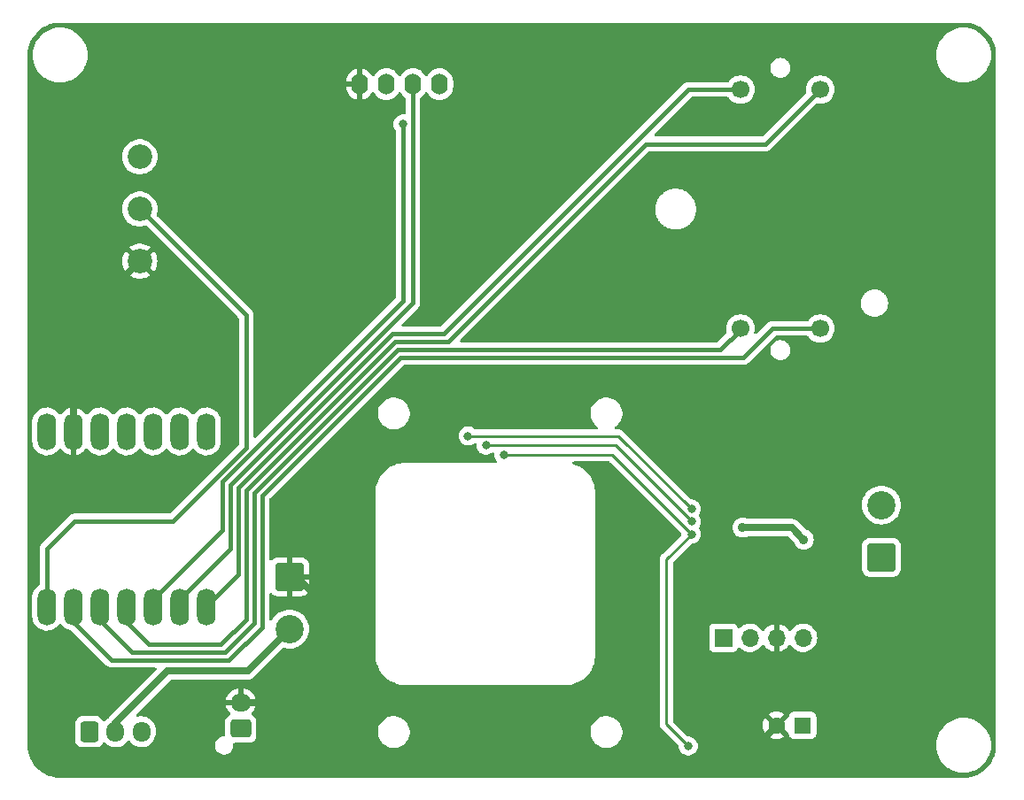
<source format=gbr>
%TF.GenerationSoftware,KiCad,Pcbnew,7.0.10*%
%TF.CreationDate,2024-02-04T22:17:42-08:00*%
%TF.ProjectId,pcb_lab,7063625f-6c61-4622-9e6b-696361645f70,rev?*%
%TF.SameCoordinates,Original*%
%TF.FileFunction,Copper,L2,Bot*%
%TF.FilePolarity,Positive*%
%FSLAX46Y46*%
G04 Gerber Fmt 4.6, Leading zero omitted, Abs format (unit mm)*
G04 Created by KiCad (PCBNEW 7.0.10) date 2024-02-04 22:17:42*
%MOMM*%
%LPD*%
G01*
G04 APERTURE LIST*
G04 Aperture macros list*
%AMRoundRect*
0 Rectangle with rounded corners*
0 $1 Rounding radius*
0 $2 $3 $4 $5 $6 $7 $8 $9 X,Y pos of 4 corners*
0 Add a 4 corners polygon primitive as box body*
4,1,4,$2,$3,$4,$5,$6,$7,$8,$9,$2,$3,0*
0 Add four circle primitives for the rounded corners*
1,1,$1+$1,$2,$3*
1,1,$1+$1,$4,$5*
1,1,$1+$1,$6,$7*
1,1,$1+$1,$8,$9*
0 Add four rect primitives between the rounded corners*
20,1,$1+$1,$2,$3,$4,$5,0*
20,1,$1+$1,$4,$5,$6,$7,0*
20,1,$1+$1,$6,$7,$8,$9,0*
20,1,$1+$1,$8,$9,$2,$3,0*%
G04 Aperture macros list end*
%TA.AperFunction,ComponentPad*%
%ADD10C,2.340000*%
%TD*%
%TA.AperFunction,ComponentPad*%
%ADD11O,1.600000X2.000000*%
%TD*%
%TA.AperFunction,ComponentPad*%
%ADD12RoundRect,0.250000X-0.600000X-0.725000X0.600000X-0.725000X0.600000X0.725000X-0.600000X0.725000X0*%
%TD*%
%TA.AperFunction,ComponentPad*%
%ADD13O,1.700000X1.950000*%
%TD*%
%TA.AperFunction,ComponentPad*%
%ADD14C,1.700000*%
%TD*%
%TA.AperFunction,ComponentPad*%
%ADD15O,1.778000X3.556000*%
%TD*%
%TA.AperFunction,ComponentPad*%
%ADD16RoundRect,0.250001X1.099999X-1.099999X1.099999X1.099999X-1.099999X1.099999X-1.099999X-1.099999X0*%
%TD*%
%TA.AperFunction,ComponentPad*%
%ADD17C,2.700000*%
%TD*%
%TA.AperFunction,ComponentPad*%
%ADD18R,1.600000X1.600000*%
%TD*%
%TA.AperFunction,ComponentPad*%
%ADD19C,1.600000*%
%TD*%
%TA.AperFunction,ComponentPad*%
%ADD20R,1.700000X1.700000*%
%TD*%
%TA.AperFunction,ComponentPad*%
%ADD21O,1.700000X1.700000*%
%TD*%
%TA.AperFunction,ComponentPad*%
%ADD22RoundRect,0.250000X0.725000X-0.600000X0.725000X0.600000X-0.725000X0.600000X-0.725000X-0.600000X0*%
%TD*%
%TA.AperFunction,ComponentPad*%
%ADD23O,1.950000X1.700000*%
%TD*%
%TA.AperFunction,ComponentPad*%
%ADD24RoundRect,0.250001X-1.099999X1.099999X-1.099999X-1.099999X1.099999X-1.099999X1.099999X1.099999X0*%
%TD*%
%TA.AperFunction,ViaPad*%
%ADD25C,1.016000*%
%TD*%
%TA.AperFunction,ViaPad*%
%ADD26C,0.800000*%
%TD*%
%TA.AperFunction,ViaPad*%
%ADD27C,0.889000*%
%TD*%
%TA.AperFunction,Conductor*%
%ADD28C,0.635000*%
%TD*%
%TA.AperFunction,Conductor*%
%ADD29C,0.381000*%
%TD*%
%TA.AperFunction,Conductor*%
%ADD30C,0.254000*%
%TD*%
%TA.AperFunction,Conductor*%
%ADD31C,0.250000*%
%TD*%
G04 APERTURE END LIST*
D10*
%TO.P,RV1,1,1*%
%TO.N,+3.3V*%
X87630000Y-57992000D03*
%TO.P,RV1,2,2*%
%TO.N,/Volumn*%
X87630000Y-62992000D03*
%TO.P,RV1,3,3*%
%TO.N,GND*%
X87630000Y-67992000D03*
%TD*%
D11*
%TO.P,Brd1,1,GND*%
%TO.N,GND*%
X108648000Y-51042000D03*
%TO.P,Brd1,2,VCC*%
%TO.N,+3.3V*%
X111188000Y-51042000D03*
%TO.P,Brd1,3,SCL*%
%TO.N,/SCL*%
X113728000Y-51042000D03*
%TO.P,Brd1,4,SDA*%
%TO.N,/SDA*%
X116268000Y-51042000D03*
%TD*%
D12*
%TO.P,SW1,1,A*%
%TO.N,Net-(BT1-+)*%
X82793200Y-113010600D03*
D13*
%TO.P,SW1,2,B*%
%TO.N,Net-(J1-Pin_2)*%
X85293200Y-113010600D03*
%TO.P,SW1,3,C*%
%TO.N,unconnected-(SW1-C-Pad3)*%
X87793200Y-113010600D03*
%TD*%
D14*
%TO.P,M1,1*%
%TO.N,/M1*%
X145034000Y-51562000D03*
%TO.P,M1,2,-*%
%TO.N,/M2*%
X152654000Y-51562000D03*
%TO.P,M1,3*%
%TO.N,/M3*%
X152654000Y-74422000D03*
%TO.P,M1,4*%
%TO.N,/M4*%
X145034000Y-74422000D03*
%TD*%
D15*
%TO.P,U1,1,GPIO1_A0_D0*%
%TO.N,/Volumn*%
X78740000Y-101041200D03*
%TO.P,U1,2,GPIO2_A1_D1*%
%TO.N,/M3*%
X81280000Y-101041200D03*
%TO.P,U1,3,GPIO3_A2_D2*%
%TO.N,/M4*%
X83820000Y-101041200D03*
%TO.P,U1,4,GPIO4_A3_D3*%
%TO.N,/M2*%
X86360000Y-101041200D03*
%TO.P,U1,5,GPIO4_A3_D3_SDA*%
%TO.N,/SDA*%
X88900000Y-101041200D03*
%TO.P,U1,6,GPIO6_A5_D5_SCL*%
%TO.N,/SCL*%
X91440000Y-101041200D03*
%TO.P,U1,7,GPIO43_TX_D6*%
%TO.N,/M1*%
X93980000Y-101041200D03*
%TO.P,U1,8,5V*%
%TO.N,unconnected-(U1-5V-Pad8)*%
X78740000Y-84277200D03*
%TO.P,U1,9,GND*%
%TO.N,GND*%
X81280000Y-84277200D03*
%TO.P,U1,10,3V3*%
%TO.N,+3.3V*%
X83820000Y-84277200D03*
%TO.P,U1,11,GPIO9_A10_D10_COPI*%
%TO.N,/SDI*%
X86360000Y-84277200D03*
%TO.P,U1,12,GPIO8_A9_D9_CIPO*%
%TO.N,unconnected-(U1-GPIO8_A9_D9_CIPO-Pad12)*%
X88900000Y-84277200D03*
%TO.P,U1,13,GPIO7_A8_D8_SCK*%
%TO.N,/SCK*%
X91440000Y-84277200D03*
%TO.P,U1,14,GPIO44_D7_RX*%
%TO.N,/CS*%
X93980000Y-84277200D03*
%TD*%
D16*
%TO.P,LS1,1,1*%
%TO.N,Net-(U4-OUT+)*%
X158513300Y-96313000D03*
D17*
%TO.P,LS1,2,2*%
%TO.N,Net-(U4-OUT-)*%
X158513300Y-91313000D03*
%TD*%
D18*
%TO.P,C8,1*%
%TO.N,+3.3V*%
X150980300Y-112389200D03*
D19*
%TO.P,C8,2*%
%TO.N,GND*%
X148480300Y-112389200D03*
%TD*%
D20*
%TO.P,D1,1,CIN*%
%TO.N,Net-(D1-CIN)*%
X143400300Y-104013000D03*
D21*
%TO.P,D1,2,DIN*%
%TO.N,Net-(D1-DIN)*%
X145940300Y-104013000D03*
%TO.P,D1,3,GND*%
%TO.N,GND*%
X148480300Y-104013000D03*
%TO.P,D1,4,+5V*%
%TO.N,+3.3V*%
X151020300Y-104013000D03*
%TD*%
D22*
%TO.P,BT1,1,+*%
%TO.N,Net-(BT1-+)*%
X97282000Y-112710600D03*
D23*
%TO.P,BT1,2,-*%
%TO.N,GND*%
X97282000Y-110210600D03*
%TD*%
D24*
%TO.P,J1,1,Pin_1*%
%TO.N,GND*%
X101939000Y-98179500D03*
D17*
%TO.P,J1,2,Pin_2*%
%TO.N,Net-(J1-Pin_2)*%
X101939000Y-103179500D03*
%TD*%
D25*
%TO.N,GND*%
X141351000Y-100203000D03*
X80010000Y-88773000D03*
X81026000Y-87757000D03*
X80010000Y-87757000D03*
X142367000Y-100203000D03*
X141351000Y-101219000D03*
X81026000Y-88773000D03*
X142367000Y-101219000D03*
D26*
%TO.N,/SDA*%
X112776000Y-54864000D03*
D27*
%TO.N,+3.3V*%
X145245300Y-93476700D03*
X151087300Y-94619700D03*
D26*
%TO.N,/SDI*%
X140352300Y-94107000D03*
X140049098Y-114369809D03*
X122428000Y-86487000D03*
%TO.N,/SCK*%
X120713500Y-85598000D03*
X140352300Y-92900500D03*
%TO.N,/CS*%
X140352300Y-91694000D03*
X118999000Y-84709000D03*
%TD*%
D28*
%TO.N,GND*%
X105410000Y-104902000D02*
X110617000Y-110109000D01*
X100101400Y-110210600D02*
X105410000Y-104902000D01*
X114173000Y-110109000D02*
X119761000Y-115697000D01*
X110617000Y-110109000D02*
X114173000Y-110109000D01*
X87630000Y-67992000D02*
X81280000Y-74342000D01*
X119761000Y-115697000D02*
X145172500Y-115697000D01*
X81280000Y-74342000D02*
X81280000Y-85039200D01*
X105410000Y-104902000D02*
X105410000Y-100965000D01*
X97282000Y-110210600D02*
X100101400Y-110210600D01*
X102624500Y-98179500D02*
X101939000Y-98179500D01*
X145172500Y-115697000D02*
X148480300Y-112389200D01*
X105410000Y-100965000D02*
X102624500Y-98179500D01*
D29*
%TO.N,/SCL*%
X91440000Y-100279200D02*
X96266000Y-95453200D01*
X96266000Y-89408000D02*
X113728000Y-71946000D01*
X96266000Y-95453200D02*
X96266000Y-89408000D01*
X113728000Y-71946000D02*
X113728000Y-51042000D01*
%TO.N,/SDA*%
X112776000Y-71818500D02*
X95504000Y-89090500D01*
X95504000Y-89090500D02*
X95504000Y-93675200D01*
X95504000Y-93675200D02*
X88900000Y-100279200D01*
X112776000Y-54864000D02*
X112776000Y-71818500D01*
D28*
%TO.N,+3.3V*%
X145245300Y-93476700D02*
X149944300Y-93476700D01*
X149944300Y-93476700D02*
X151087300Y-94619700D01*
D29*
%TO.N,/M1*%
X94665800Y-100279200D02*
X97028000Y-97917000D01*
X93980000Y-100279200D02*
X94665800Y-100279200D01*
X97028000Y-89662000D02*
X111760000Y-74930000D01*
X111760000Y-74930000D02*
X116713000Y-74930000D01*
X97028000Y-97917000D02*
X97028000Y-89662000D01*
X140081000Y-51562000D02*
X145034000Y-51562000D01*
X116713000Y-74930000D02*
X140081000Y-51562000D01*
%TO.N,/M2*%
X147447000Y-56769000D02*
X152654000Y-51562000D01*
X136017000Y-56769000D02*
X147447000Y-56769000D01*
X117094000Y-75692000D02*
X136017000Y-56769000D01*
X88519000Y-104648000D02*
X95377000Y-104648000D01*
X112014000Y-75692000D02*
X117094000Y-75692000D01*
X86360000Y-100279200D02*
X86360000Y-102489000D01*
X86360000Y-102489000D02*
X88519000Y-104648000D01*
X97790000Y-89916000D02*
X112014000Y-75692000D01*
X97790000Y-102235000D02*
X97790000Y-89916000D01*
X95377000Y-104648000D02*
X97790000Y-102235000D01*
%TO.N,/M3*%
X145288000Y-77216000D02*
X148082000Y-74422000D01*
X96139000Y-106172000D02*
X99314000Y-102997000D01*
X84963000Y-106172000D02*
X96139000Y-106172000D01*
X81280000Y-102489000D02*
X84963000Y-106172000D01*
X148082000Y-74422000D02*
X152654000Y-74422000D01*
X99314000Y-102997000D02*
X99314000Y-90424000D01*
X112522000Y-77216000D02*
X145288000Y-77216000D01*
X99314000Y-90424000D02*
X112522000Y-77216000D01*
X81280000Y-100279200D02*
X81280000Y-102489000D01*
%TO.N,/M4*%
X83820000Y-102362000D02*
X86868000Y-105410000D01*
X112268000Y-76454000D02*
X143129000Y-76454000D01*
X145034000Y-74549000D02*
X145034000Y-74422000D01*
X98552000Y-90170000D02*
X112268000Y-76454000D01*
X98552000Y-102616000D02*
X98552000Y-90170000D01*
X86868000Y-105410000D02*
X95758000Y-105410000D01*
X95758000Y-105410000D02*
X98552000Y-102616000D01*
X143129000Y-76454000D02*
X145034000Y-74549000D01*
X83820000Y-100279200D02*
X83820000Y-102362000D01*
%TO.N,/Volumn*%
X97790000Y-73152000D02*
X87630000Y-62992000D01*
X78740000Y-100279200D02*
X78740000Y-95504000D01*
X90805000Y-92837000D02*
X97790000Y-85852000D01*
X81407000Y-92837000D02*
X90805000Y-92837000D01*
X78740000Y-95504000D02*
X81407000Y-92837000D01*
X97790000Y-85852000D02*
X97790000Y-73152000D01*
D30*
%TO.N,/SDI*%
X140049098Y-114369809D02*
X140041109Y-114369809D01*
X140041109Y-114369809D02*
X137939300Y-112268000D01*
X132732300Y-86487000D02*
X140352300Y-94107000D01*
X122428000Y-86487000D02*
X132732300Y-86487000D01*
X137939300Y-112268000D02*
X137939300Y-96520000D01*
X137939300Y-96520000D02*
X140352300Y-94107000D01*
D31*
%TO.N,/SCK*%
X120904000Y-85598000D02*
X133113300Y-85598000D01*
X133113300Y-85598000D02*
X140352300Y-92837000D01*
%TO.N,/CS*%
X118999000Y-84709000D02*
X133367300Y-84709000D01*
X133367300Y-84709000D02*
X140352300Y-91694000D01*
D28*
%TO.N,Net-(J1-Pin_2)*%
X97930500Y-107188000D02*
X101939000Y-103179500D01*
X90297000Y-107188000D02*
X97930500Y-107188000D01*
X85293200Y-112191800D02*
X90297000Y-107188000D01*
X85293200Y-113010600D02*
X85293200Y-112191800D01*
%TD*%
%TA.AperFunction,Conductor*%
%TO.N,GND*%
G36*
X166373949Y-45160706D02*
G01*
X166686079Y-45177064D01*
X166701811Y-45178718D01*
X167006595Y-45226992D01*
X167022082Y-45230284D01*
X167320148Y-45310150D01*
X167335188Y-45315036D01*
X167623282Y-45425626D01*
X167637746Y-45432066D01*
X167901150Y-45566277D01*
X167912671Y-45572147D01*
X167926395Y-45580070D01*
X168185189Y-45748133D01*
X168198005Y-45757444D01*
X168423271Y-45939861D01*
X168437803Y-45951629D01*
X168449580Y-45962233D01*
X168667766Y-46180419D01*
X168678370Y-46192196D01*
X168760286Y-46293354D01*
X168862075Y-46419053D01*
X168872551Y-46431989D01*
X168881866Y-46444810D01*
X169049929Y-46703604D01*
X169057852Y-46717328D01*
X169197930Y-46992247D01*
X169204376Y-47006724D01*
X169314957Y-47294795D01*
X169319852Y-47309863D01*
X169331346Y-47352757D01*
X169399713Y-47607910D01*
X169403008Y-47623410D01*
X169451279Y-47928173D01*
X169452936Y-47943934D01*
X169469293Y-48256049D01*
X169469500Y-48263973D01*
X169469500Y-114296026D01*
X169469293Y-114303950D01*
X169452936Y-114616065D01*
X169451279Y-114631826D01*
X169403008Y-114936589D01*
X169399713Y-114952089D01*
X169319854Y-115250132D01*
X169314957Y-115265204D01*
X169204376Y-115553275D01*
X169197930Y-115567752D01*
X169057852Y-115842671D01*
X169049929Y-115856395D01*
X168881866Y-116115189D01*
X168872551Y-116128010D01*
X168678370Y-116367803D01*
X168667766Y-116379580D01*
X168449580Y-116597766D01*
X168437803Y-116608370D01*
X168198010Y-116802551D01*
X168185189Y-116811866D01*
X167926395Y-116979929D01*
X167912671Y-116987852D01*
X167637752Y-117127930D01*
X167623275Y-117134376D01*
X167335204Y-117244957D01*
X167320132Y-117249854D01*
X167022089Y-117329713D01*
X167006589Y-117333008D01*
X166701826Y-117381279D01*
X166686065Y-117382936D01*
X166480590Y-117393704D01*
X166373948Y-117399293D01*
X166366027Y-117399500D01*
X80013973Y-117399500D01*
X80006051Y-117399293D01*
X79852278Y-117391234D01*
X79693934Y-117382936D01*
X79678173Y-117381279D01*
X79373410Y-117333008D01*
X79357910Y-117329713D01*
X79158176Y-117276195D01*
X79059863Y-117249852D01*
X79044799Y-117244958D01*
X78756724Y-117134376D01*
X78742247Y-117127930D01*
X78467328Y-116987852D01*
X78453604Y-116979929D01*
X78194810Y-116811866D01*
X78181989Y-116802551D01*
X78146951Y-116774178D01*
X77970901Y-116631615D01*
X77942196Y-116608370D01*
X77930419Y-116597766D01*
X77712233Y-116379580D01*
X77701629Y-116367803D01*
X77658040Y-116313975D01*
X77507444Y-116128005D01*
X77498133Y-116115189D01*
X77330070Y-115856395D01*
X77322147Y-115842671D01*
X77300198Y-115799593D01*
X77182066Y-115567746D01*
X77175623Y-115553275D01*
X77161969Y-115517705D01*
X77065036Y-115265188D01*
X77060150Y-115250148D01*
X76980284Y-114952082D01*
X76976991Y-114936589D01*
X76975484Y-114927074D01*
X76928718Y-114631811D01*
X76927064Y-114616079D01*
X76910707Y-114303949D01*
X76910500Y-114296026D01*
X76910500Y-101989570D01*
X77342500Y-101989570D01*
X77357621Y-102167233D01*
X77417564Y-102397446D01*
X77467498Y-102507913D01*
X77515550Y-102614216D01*
X77515553Y-102614221D01*
X77648763Y-102811311D01*
X77813361Y-102983051D01*
X77813368Y-102983057D01*
X77813369Y-102983058D01*
X78004631Y-103124515D01*
X78217049Y-103231614D01*
X78444511Y-103301273D01*
X78680474Y-103331489D01*
X78680474Y-103331488D01*
X78680475Y-103331489D01*
X78759699Y-103328123D01*
X78918149Y-103321393D01*
X79150699Y-103271275D01*
X79371435Y-103182576D01*
X79574005Y-103057849D01*
X79752582Y-102900681D01*
X79894297Y-102725169D01*
X79957632Y-102679017D01*
X80035561Y-102670715D01*
X80107201Y-102702489D01*
X80137525Y-102735503D01*
X80188763Y-102811311D01*
X80353361Y-102983051D01*
X80353368Y-102983057D01*
X80353369Y-102983058D01*
X80544631Y-103124515D01*
X80757049Y-103231614D01*
X80984511Y-103301273D01*
X81069973Y-103312216D01*
X81142482Y-103341950D01*
X81157798Y-103355334D01*
X84450561Y-106648096D01*
X84456830Y-106654756D01*
X84496069Y-106699048D01*
X84496072Y-106699051D01*
X84544771Y-106732666D01*
X84552135Y-106738085D01*
X84585010Y-106763840D01*
X84598725Y-106774585D01*
X84605653Y-106777702D01*
X84629520Y-106791164D01*
X84635772Y-106795480D01*
X84635777Y-106795482D01*
X84691101Y-106816464D01*
X84699538Y-106819957D01*
X84753518Y-106844252D01*
X84760988Y-106845620D01*
X84787387Y-106852979D01*
X84794490Y-106855673D01*
X84853225Y-106862804D01*
X84862254Y-106864178D01*
X84920486Y-106874850D01*
X84979572Y-106871275D01*
X84988713Y-106871000D01*
X89080347Y-106871000D01*
X89156047Y-106891284D01*
X89211463Y-106946700D01*
X89231747Y-107022400D01*
X89211463Y-107098100D01*
X89187403Y-107129456D01*
X84737219Y-111579638D01*
X84728178Y-111587972D01*
X84689993Y-111620406D01*
X84689990Y-111620409D01*
X84648155Y-111675442D01*
X84607009Y-111712738D01*
X84482469Y-111789421D01*
X84308875Y-111942202D01*
X84304431Y-111946840D01*
X84303485Y-111945933D01*
X84245907Y-111987871D01*
X84167976Y-111996156D01*
X84096343Y-111964365D01*
X84062626Y-111926077D01*
X83992230Y-111811948D01*
X83866852Y-111686570D01*
X83866850Y-111686568D01*
X83715938Y-111593485D01*
X83547623Y-111537712D01*
X83443746Y-111527100D01*
X82142653Y-111527100D01*
X82038777Y-111537712D01*
X81870461Y-111593485D01*
X81719549Y-111686568D01*
X81594168Y-111811949D01*
X81501085Y-111962861D01*
X81445312Y-112131176D01*
X81445312Y-112131177D01*
X81434700Y-112235053D01*
X81434700Y-113786146D01*
X81445312Y-113890022D01*
X81445312Y-113890024D01*
X81445313Y-113890026D01*
X81482653Y-114002714D01*
X81501085Y-114058338D01*
X81594168Y-114209250D01*
X81719549Y-114334631D01*
X81776582Y-114369809D01*
X81870462Y-114427715D01*
X82038774Y-114483487D01*
X82142655Y-114494100D01*
X83443744Y-114494099D01*
X83443746Y-114494099D01*
X83478371Y-114490561D01*
X83547626Y-114483487D01*
X83715938Y-114427715D01*
X83866852Y-114334630D01*
X83992230Y-114209252D01*
X84065023Y-114091235D01*
X84122025Y-114037458D01*
X84198282Y-114019384D01*
X84273361Y-114041860D01*
X84303184Y-114065961D01*
X84392420Y-114159069D01*
X84392432Y-114159080D01*
X84578355Y-114296587D01*
X84767972Y-114392189D01*
X84784843Y-114400695D01*
X85005957Y-114468411D01*
X85235335Y-114497784D01*
X85466378Y-114487969D01*
X85692438Y-114439249D01*
X85907013Y-114353026D01*
X86103930Y-114231779D01*
X86277524Y-114078998D01*
X86422800Y-113899076D01*
X86422801Y-113899074D01*
X86426840Y-113894072D01*
X86428496Y-113895409D01*
X86479887Y-113850799D01*
X86556828Y-113835898D01*
X86630911Y-113861464D01*
X86671599Y-113902141D01*
X86727034Y-113984159D01*
X86732417Y-113992123D01*
X86884825Y-114151143D01*
X86892427Y-114159075D01*
X86892432Y-114159080D01*
X87078355Y-114296587D01*
X87267972Y-114392189D01*
X87284843Y-114400695D01*
X87505957Y-114468411D01*
X87735335Y-114497784D01*
X87966378Y-114487969D01*
X88192438Y-114439249D01*
X88407013Y-114353026D01*
X88553354Y-114262920D01*
X94802630Y-114262920D01*
X94812938Y-114453073D01*
X94863884Y-114636563D01*
X94863887Y-114636570D01*
X94953086Y-114804816D01*
X94953090Y-114804823D01*
X95076368Y-114949956D01*
X95076369Y-114949957D01*
X95227971Y-115065202D01*
X95400803Y-115145162D01*
X95586784Y-115186100D01*
X95586788Y-115186100D01*
X95729461Y-115186100D01*
X95729465Y-115186100D01*
X95871316Y-115170673D01*
X96051780Y-115109867D01*
X96214954Y-115011689D01*
X96353207Y-114880729D01*
X96460075Y-114723110D01*
X96530562Y-114546202D01*
X96561370Y-114358278D01*
X96558184Y-114299503D01*
X96554345Y-114228694D01*
X96570501Y-114152007D01*
X96622837Y-114093673D01*
X96697328Y-114069321D01*
X96705523Y-114069099D01*
X98057546Y-114069099D01*
X98092171Y-114065561D01*
X98161426Y-114058487D01*
X98329738Y-114002715D01*
X98480652Y-113909630D01*
X98606030Y-113784252D01*
X98699115Y-113633338D01*
X98754887Y-113465026D01*
X98765500Y-113361145D01*
X98765500Y-113091435D01*
X110384579Y-113091435D01*
X110414170Y-113335134D01*
X110414172Y-113335145D01*
X110482468Y-113570932D01*
X110482474Y-113570947D01*
X110587710Y-113792726D01*
X110587713Y-113792731D01*
X110587714Y-113792733D01*
X110727171Y-113994772D01*
X110897232Y-114171823D01*
X110977020Y-114231780D01*
X111073058Y-114303949D01*
X111093491Y-114319303D01*
X111310866Y-114433390D01*
X111543727Y-114511130D01*
X111543726Y-114511130D01*
X111694925Y-114535702D01*
X111786043Y-114550510D01*
X111786044Y-114550510D01*
X111970059Y-114550510D01*
X111970070Y-114550510D01*
X112153489Y-114535703D01*
X112153492Y-114535702D01*
X112153494Y-114535702D01*
X112276391Y-114505410D01*
X112391850Y-114476952D01*
X112617701Y-114380726D01*
X112825190Y-114249518D01*
X113008946Y-114086724D01*
X113164208Y-113896563D01*
X113286956Y-113683958D01*
X113374009Y-113454416D01*
X113423115Y-113213882D01*
X113428049Y-113091435D01*
X130704579Y-113091435D01*
X130734170Y-113335134D01*
X130734172Y-113335145D01*
X130802468Y-113570932D01*
X130802474Y-113570947D01*
X130907710Y-113792726D01*
X130907713Y-113792731D01*
X130907714Y-113792733D01*
X131047171Y-113994772D01*
X131217232Y-114171823D01*
X131297020Y-114231780D01*
X131393058Y-114303949D01*
X131413491Y-114319303D01*
X131630866Y-114433390D01*
X131863727Y-114511130D01*
X131863726Y-114511130D01*
X132014925Y-114535702D01*
X132106043Y-114550510D01*
X132106044Y-114550510D01*
X132290059Y-114550510D01*
X132290070Y-114550510D01*
X132473489Y-114535703D01*
X132473492Y-114535702D01*
X132473494Y-114535702D01*
X132596391Y-114505410D01*
X132711850Y-114476952D01*
X132937701Y-114380726D01*
X133145190Y-114249518D01*
X133328946Y-114086724D01*
X133484208Y-113896563D01*
X133606956Y-113683958D01*
X133694009Y-113454416D01*
X133743115Y-113213882D01*
X133753000Y-112968586D01*
X133723409Y-112724881D01*
X133711541Y-112683907D01*
X133655111Y-112489087D01*
X133655105Y-112489072D01*
X133549869Y-112267293D01*
X133549868Y-112267291D01*
X133549866Y-112267287D01*
X133410409Y-112065248D01*
X133240348Y-111888197D01*
X133138880Y-111811948D01*
X133044095Y-111740721D01*
X133044091Y-111740719D01*
X133044089Y-111740717D01*
X132990779Y-111712738D01*
X132826717Y-111626631D01*
X132826708Y-111626628D01*
X132593852Y-111548889D01*
X132593853Y-111548889D01*
X132351542Y-111509510D01*
X132351537Y-111509510D01*
X132167510Y-111509510D01*
X132167507Y-111509510D01*
X131984085Y-111524317D01*
X131745738Y-111583065D01*
X131745731Y-111583067D01*
X131745730Y-111583068D01*
X131658085Y-111620410D01*
X131519876Y-111679295D01*
X131312394Y-111810499D01*
X131312392Y-111810500D01*
X131312390Y-111810502D01*
X131310758Y-111811948D01*
X131128638Y-111973292D01*
X131128636Y-111973293D01*
X131128634Y-111973296D01*
X130999729Y-112131176D01*
X130973368Y-112163462D01*
X130850625Y-112376058D01*
X130763570Y-112605606D01*
X130763568Y-112605613D01*
X130714465Y-112846133D01*
X130714464Y-112846144D01*
X130704579Y-113091435D01*
X113428049Y-113091435D01*
X113433000Y-112968586D01*
X113403409Y-112724881D01*
X113391541Y-112683907D01*
X113335111Y-112489087D01*
X113335105Y-112489072D01*
X113229869Y-112267293D01*
X113229868Y-112267291D01*
X113229866Y-112267287D01*
X113090409Y-112065248D01*
X112920348Y-111888197D01*
X112818880Y-111811948D01*
X112724095Y-111740721D01*
X112724091Y-111740719D01*
X112724089Y-111740717D01*
X112670779Y-111712738D01*
X112506717Y-111626631D01*
X112506708Y-111626628D01*
X112273852Y-111548889D01*
X112273853Y-111548889D01*
X112031542Y-111509510D01*
X112031537Y-111509510D01*
X111847510Y-111509510D01*
X111847507Y-111509510D01*
X111664085Y-111524317D01*
X111425738Y-111583065D01*
X111425731Y-111583067D01*
X111425730Y-111583068D01*
X111338085Y-111620410D01*
X111199876Y-111679295D01*
X110992394Y-111810499D01*
X110992392Y-111810500D01*
X110992390Y-111810502D01*
X110990758Y-111811948D01*
X110808638Y-111973292D01*
X110808636Y-111973293D01*
X110808634Y-111973296D01*
X110679729Y-112131176D01*
X110653368Y-112163462D01*
X110530625Y-112376058D01*
X110443570Y-112605606D01*
X110443568Y-112605613D01*
X110394465Y-112846133D01*
X110394464Y-112846144D01*
X110384579Y-113091435D01*
X98765500Y-113091435D01*
X98765499Y-112060056D01*
X98763005Y-112035646D01*
X98758125Y-111987871D01*
X98754887Y-111956174D01*
X98699115Y-111787862D01*
X98632150Y-111679295D01*
X98606031Y-111636949D01*
X98480650Y-111511568D01*
X98355749Y-111434528D01*
X98301968Y-111377524D01*
X98283894Y-111301266D01*
X98306371Y-111226188D01*
X98328174Y-111198613D01*
X98445109Y-111081678D01*
X98580595Y-110888186D01*
X98580598Y-110888181D01*
X98680430Y-110674093D01*
X98737635Y-110460600D01*
X97685969Y-110460600D01*
X97718519Y-110409951D01*
X97757000Y-110278895D01*
X97757000Y-110142305D01*
X97718519Y-110011249D01*
X97685969Y-109960600D01*
X98737635Y-109960600D01*
X98737635Y-109960599D01*
X98680430Y-109747106D01*
X98580600Y-109533023D01*
X98445106Y-109339518D01*
X98278081Y-109172493D01*
X98084576Y-109036999D01*
X97870492Y-108937169D01*
X97870493Y-108937169D01*
X97642320Y-108876030D01*
X97642321Y-108876030D01*
X97532000Y-108866379D01*
X97532000Y-109802581D01*
X97417199Y-109750154D01*
X97315975Y-109735600D01*
X97248025Y-109735600D01*
X97146801Y-109750154D01*
X97032000Y-109802581D01*
X97032000Y-108866379D01*
X96921679Y-108876030D01*
X96693506Y-108937169D01*
X96479423Y-109036999D01*
X96285918Y-109172493D01*
X96118890Y-109339521D01*
X95983404Y-109533013D01*
X95983401Y-109533018D01*
X95883569Y-109747106D01*
X95826364Y-109960599D01*
X95826365Y-109960600D01*
X96878031Y-109960600D01*
X96845481Y-110011249D01*
X96807000Y-110142305D01*
X96807000Y-110278895D01*
X96845481Y-110409951D01*
X96878031Y-110460600D01*
X95826364Y-110460600D01*
X95883569Y-110674093D01*
X95983399Y-110888176D01*
X96118893Y-111081681D01*
X96235825Y-111198613D01*
X96275010Y-111266484D01*
X96275010Y-111344854D01*
X96235825Y-111412725D01*
X96208251Y-111434528D01*
X96083348Y-111511569D01*
X95957968Y-111636949D01*
X95864885Y-111787861D01*
X95809112Y-111956176D01*
X95809112Y-111956177D01*
X95799618Y-112049111D01*
X95798500Y-112060055D01*
X95798500Y-112706487D01*
X95798501Y-113283700D01*
X95778217Y-113359400D01*
X95722801Y-113414816D01*
X95647101Y-113435100D01*
X95634535Y-113435100D01*
X95539967Y-113445384D01*
X95492682Y-113450527D01*
X95312219Y-113511333D01*
X95149046Y-113609511D01*
X95010790Y-113740473D01*
X95010788Y-113740476D01*
X94903925Y-113898088D01*
X94903924Y-113898090D01*
X94833437Y-114075000D01*
X94802630Y-114262920D01*
X88553354Y-114262920D01*
X88603930Y-114231779D01*
X88777524Y-114078998D01*
X88922800Y-113899076D01*
X89035580Y-113697191D01*
X89112619Y-113479150D01*
X89151700Y-113251225D01*
X89151700Y-112827887D01*
X89137001Y-112655182D01*
X89078730Y-112431393D01*
X88983478Y-112220671D01*
X88983475Y-112220666D01*
X88983472Y-112220661D01*
X88853987Y-112029083D01*
X88853983Y-112029077D01*
X88693972Y-111862124D01*
X88693967Y-111862119D01*
X88508044Y-111724612D01*
X88301562Y-111620507D01*
X88301549Y-111620502D01*
X88080451Y-111552791D01*
X88080445Y-111552789D01*
X88080443Y-111552789D01*
X87851065Y-111523416D01*
X87851064Y-111523416D01*
X87620023Y-111533230D01*
X87620019Y-111533231D01*
X87484770Y-111562380D01*
X87406496Y-111558500D01*
X87340648Y-111516002D01*
X87304871Y-111446275D01*
X87308751Y-111368001D01*
X87345815Y-111307324D01*
X90594796Y-108058344D01*
X90662667Y-108019159D01*
X90701852Y-108014000D01*
X97890754Y-108014000D01*
X97903041Y-108014499D01*
X97906976Y-108014819D01*
X97952999Y-108018567D01*
X98028925Y-108008221D01*
X98032945Y-108007729D01*
X98109113Y-107999446D01*
X98109116Y-107999445D01*
X98117130Y-107997681D01*
X98117169Y-107997861D01*
X98123089Y-107996474D01*
X98123045Y-107996296D01*
X98131011Y-107994314D01*
X98131013Y-107994312D01*
X98131021Y-107994312D01*
X98202988Y-107967871D01*
X98206725Y-107966555D01*
X98279374Y-107942078D01*
X98279380Y-107942073D01*
X98286821Y-107938632D01*
X98286897Y-107938798D01*
X98292392Y-107936165D01*
X98292311Y-107936002D01*
X98299666Y-107932354D01*
X98319420Y-107919727D01*
X98364232Y-107891083D01*
X98367627Y-107888976D01*
X98433322Y-107849451D01*
X98433330Y-107849443D01*
X98439859Y-107844481D01*
X98439969Y-107844627D01*
X98444766Y-107840876D01*
X98444652Y-107840734D01*
X98451041Y-107835596D01*
X98451049Y-107835592D01*
X98505258Y-107781381D01*
X98508122Y-107778594D01*
X98563758Y-107725894D01*
X98563760Y-107725890D01*
X98569076Y-107719634D01*
X98569214Y-107719752D01*
X98580275Y-107706364D01*
X100461489Y-105825150D01*
X110160500Y-105825150D01*
X110161051Y-105830040D01*
X110195401Y-106134900D01*
X110196586Y-106145412D01*
X110196587Y-106145423D01*
X110268301Y-106459624D01*
X110268302Y-106459628D01*
X110374751Y-106763841D01*
X110514588Y-107054215D01*
X110514590Y-107054218D01*
X110686065Y-107327119D01*
X110887002Y-107579086D01*
X110887011Y-107579096D01*
X111114903Y-107806988D01*
X111114913Y-107806997D01*
X111366880Y-108007934D01*
X111366883Y-108007936D01*
X111366887Y-108007939D01*
X111639782Y-108179410D01*
X111930160Y-108319249D01*
X112234369Y-108425697D01*
X112548584Y-108497414D01*
X112822686Y-108528298D01*
X112868850Y-108533500D01*
X112868852Y-108533500D01*
X128431150Y-108533500D01*
X128474210Y-108528648D01*
X128751416Y-108497414D01*
X129065631Y-108425697D01*
X129369840Y-108319249D01*
X129660218Y-108179410D01*
X129933113Y-108007939D01*
X130185094Y-107806991D01*
X130412991Y-107579094D01*
X130613939Y-107327113D01*
X130785410Y-107054218D01*
X130925249Y-106763840D01*
X131031697Y-106459631D01*
X131103414Y-106145416D01*
X131138949Y-105830040D01*
X131139500Y-105825150D01*
X131139500Y-90008849D01*
X131123362Y-89865625D01*
X131103414Y-89688584D01*
X131031697Y-89374369D01*
X130925249Y-89070160D01*
X130785410Y-88779782D01*
X130613939Y-88506887D01*
X130613936Y-88506883D01*
X130613934Y-88506880D01*
X130412997Y-88254913D01*
X130412988Y-88254903D01*
X130185096Y-88027011D01*
X130185086Y-88027002D01*
X129933119Y-87826065D01*
X129878419Y-87791695D01*
X129660218Y-87654590D01*
X129660215Y-87654588D01*
X129369841Y-87514751D01*
X129089925Y-87416804D01*
X129025173Y-87372656D01*
X128991169Y-87302047D01*
X128997026Y-87223895D01*
X129041174Y-87159143D01*
X129111783Y-87125139D01*
X129139930Y-87122500D01*
X132406356Y-87122500D01*
X132482056Y-87142784D01*
X132513412Y-87166844D01*
X139346511Y-93999943D01*
X139385696Y-94067814D01*
X139385696Y-94146184D01*
X139346511Y-94214055D01*
X137551357Y-96009208D01*
X137537963Y-96019941D01*
X137538328Y-96020382D01*
X137530994Y-96026448D01*
X137484489Y-96075971D01*
X137481185Y-96079381D01*
X137461659Y-96098908D01*
X137461657Y-96098910D01*
X137459888Y-96101191D01*
X137450640Y-96112018D01*
X137421082Y-96143494D01*
X137421079Y-96143499D01*
X137412240Y-96159576D01*
X137399207Y-96179418D01*
X137387950Y-96193931D01*
X137387948Y-96193935D01*
X137370800Y-96233561D01*
X137364528Y-96246364D01*
X137343730Y-96284197D01*
X137343729Y-96284199D01*
X137339166Y-96301973D01*
X137331474Y-96324441D01*
X137324184Y-96341287D01*
X137324182Y-96341295D01*
X137317429Y-96383933D01*
X137314537Y-96397897D01*
X137303800Y-96439715D01*
X137303800Y-96458068D01*
X137301936Y-96481752D01*
X137299065Y-96499878D01*
X137303128Y-96542859D01*
X137303800Y-96557107D01*
X137303800Y-112181126D01*
X137301917Y-112198179D01*
X137302489Y-112198233D01*
X137301592Y-112207722D01*
X137303725Y-112275598D01*
X137303800Y-112280353D01*
X137303800Y-112307982D01*
X137304160Y-112310834D01*
X137305278Y-112325044D01*
X137306634Y-112368201D01*
X137306635Y-112368206D01*
X137311755Y-112385829D01*
X137316572Y-112409087D01*
X137318873Y-112427300D01*
X137318874Y-112427303D01*
X137334764Y-112467439D01*
X137339382Y-112480925D01*
X137351431Y-112522394D01*
X137360775Y-112538194D01*
X137371223Y-112559522D01*
X137377978Y-112576583D01*
X137377982Y-112576590D01*
X137403364Y-112611526D01*
X137411194Y-112623446D01*
X137433164Y-112660596D01*
X137446139Y-112673571D01*
X137461567Y-112691635D01*
X137472357Y-112706486D01*
X137472358Y-112706487D01*
X137505622Y-112734005D01*
X137516173Y-112743605D01*
X139096886Y-114324318D01*
X139136071Y-114392189D01*
X139140401Y-114415548D01*
X139155556Y-114559740D01*
X139214570Y-114741362D01*
X139214571Y-114741365D01*
X139310055Y-114906750D01*
X139310058Y-114906753D01*
X139432912Y-115043197D01*
X139437845Y-115048675D01*
X139522067Y-115109866D01*
X139592344Y-115160926D01*
X139592346Y-115160927D01*
X139766810Y-115238603D01*
X139953611Y-115278309D01*
X139953614Y-115278309D01*
X140144582Y-115278309D01*
X140144585Y-115278309D01*
X140331386Y-115238603D01*
X140505850Y-115160927D01*
X140660351Y-115048675D01*
X140788138Y-114906753D01*
X140796927Y-114891531D01*
X140813997Y-114861964D01*
X140883625Y-114741365D01*
X140942640Y-114559737D01*
X140962602Y-114369809D01*
X140955265Y-114300000D01*
X163749719Y-114300000D01*
X163768823Y-114615840D01*
X163825860Y-114927075D01*
X163906575Y-115186098D01*
X163919995Y-115229164D01*
X164009325Y-115427648D01*
X164049855Y-115517703D01*
X164049861Y-115517713D01*
X164213554Y-115788495D01*
X164408691Y-116037567D01*
X164632432Y-116261308D01*
X164881504Y-116456445D01*
X164915561Y-116477033D01*
X165152295Y-116620144D01*
X165440836Y-116750005D01*
X165742926Y-116844140D01*
X165984325Y-116888378D01*
X166054159Y-116901176D01*
X166054158Y-116901176D01*
X166088244Y-116903237D01*
X166370000Y-116920281D01*
X166685840Y-116901176D01*
X166997074Y-116844140D01*
X167299164Y-116750005D01*
X167587705Y-116620144D01*
X167858489Y-116456449D01*
X167858491Y-116456447D01*
X167858495Y-116456445D01*
X167996387Y-116348413D01*
X168107568Y-116261308D01*
X168331308Y-116037568D01*
X168484000Y-115842671D01*
X168526445Y-115788495D01*
X168532958Y-115777721D01*
X168690144Y-115517705D01*
X168820005Y-115229164D01*
X168914140Y-114927074D01*
X168971176Y-114615840D01*
X168990281Y-114300000D01*
X168971176Y-113984160D01*
X168914140Y-113672926D01*
X168820005Y-113370836D01*
X168690144Y-113082295D01*
X168550565Y-112851403D01*
X168526445Y-112811504D01*
X168331308Y-112562432D01*
X168107567Y-112338691D01*
X167858495Y-112143554D01*
X167587713Y-111979861D01*
X167587703Y-111979855D01*
X167514346Y-111946840D01*
X167299164Y-111849995D01*
X167299157Y-111849992D01*
X167299155Y-111849992D01*
X166997075Y-111755860D01*
X166685840Y-111698823D01*
X166685841Y-111698823D01*
X166370000Y-111679719D01*
X166054159Y-111698823D01*
X165742924Y-111755860D01*
X165440844Y-111849992D01*
X165440838Y-111849994D01*
X165440836Y-111849995D01*
X165355959Y-111888195D01*
X165152296Y-111979855D01*
X165152286Y-111979861D01*
X164881504Y-112143554D01*
X164632432Y-112338691D01*
X164408691Y-112562432D01*
X164213554Y-112811504D01*
X164049861Y-113082286D01*
X164049855Y-113082296D01*
X164004537Y-113182990D01*
X163959212Y-113283700D01*
X163919994Y-113370839D01*
X163919992Y-113370844D01*
X163825860Y-113672924D01*
X163768823Y-113984159D01*
X163749719Y-114300000D01*
X140955265Y-114300000D01*
X140942640Y-114179881D01*
X140883625Y-113998253D01*
X140832459Y-113909631D01*
X140788140Y-113832867D01*
X140788137Y-113832864D01*
X140660353Y-113690945D01*
X140660352Y-113690944D01*
X140660351Y-113690943D01*
X140556468Y-113615467D01*
X140505851Y-113578691D01*
X140505847Y-113578689D01*
X140331387Y-113501015D01*
X140284685Y-113491088D01*
X140144585Y-113461309D01*
X140144582Y-113461309D01*
X140094053Y-113461309D01*
X140018353Y-113441025D01*
X139986997Y-113416965D01*
X138959233Y-112389200D01*
X147175334Y-112389200D01*
X147195158Y-112615805D01*
X147254032Y-112835521D01*
X147254034Y-112835528D01*
X147350167Y-113041685D01*
X147350170Y-113041690D01*
X147401273Y-113114671D01*
X147401274Y-113114672D01*
X148082345Y-112433599D01*
X148095135Y-112514348D01*
X148152659Y-112627245D01*
X148242255Y-112716841D01*
X148355152Y-112774365D01*
X148435899Y-112787153D01*
X147754827Y-113468225D01*
X147827813Y-113519331D01*
X147827819Y-113519335D01*
X148033966Y-113615463D01*
X148033978Y-113615467D01*
X148253694Y-113674341D01*
X148480300Y-113694165D01*
X148706905Y-113674341D01*
X148926621Y-113615467D01*
X148926633Y-113615463D01*
X149132776Y-113519337D01*
X149132790Y-113519329D01*
X149205771Y-113468225D01*
X149205771Y-113468224D01*
X148524700Y-112787153D01*
X148605448Y-112774365D01*
X148718345Y-112716841D01*
X148807941Y-112627245D01*
X148865465Y-112514348D01*
X148878253Y-112433600D01*
X149575195Y-113130542D01*
X149586950Y-113132615D01*
X149646986Y-113182990D01*
X149673499Y-113253647D01*
X149678309Y-113298393D01*
X149678313Y-113298406D01*
X149729409Y-113435401D01*
X149729410Y-113435403D01*
X149729411Y-113435404D01*
X149817039Y-113552461D01*
X149934096Y-113640089D01*
X149934097Y-113640089D01*
X149934098Y-113640090D01*
X149968346Y-113652864D01*
X150071099Y-113691189D01*
X150131662Y-113697700D01*
X150131667Y-113697700D01*
X151828933Y-113697700D01*
X151828938Y-113697700D01*
X151889501Y-113691189D01*
X152026504Y-113640089D01*
X152143561Y-113552461D01*
X152231189Y-113435404D01*
X152282289Y-113298401D01*
X152288800Y-113237838D01*
X152288800Y-111540562D01*
X152282289Y-111479999D01*
X152243964Y-111377246D01*
X152231190Y-111342998D01*
X152231189Y-111342996D01*
X152143561Y-111225939D01*
X152026504Y-111138311D01*
X152026503Y-111138310D01*
X152026501Y-111138309D01*
X151889506Y-111087213D01*
X151889501Y-111087211D01*
X151828938Y-111080700D01*
X150131662Y-111080700D01*
X150081192Y-111086125D01*
X150071098Y-111087211D01*
X150071093Y-111087213D01*
X149934098Y-111138309D01*
X149817039Y-111225939D01*
X149729409Y-111342998D01*
X149678313Y-111479993D01*
X149678309Y-111480006D01*
X149673499Y-111524752D01*
X149645239Y-111597850D01*
X149584217Y-111647024D01*
X149574396Y-111648655D01*
X148878253Y-112344798D01*
X148865465Y-112264052D01*
X148807941Y-112151155D01*
X148718345Y-112061559D01*
X148605448Y-112004035D01*
X148524699Y-111991245D01*
X149205772Y-111310174D01*
X149205771Y-111310173D01*
X149132790Y-111259070D01*
X149132785Y-111259067D01*
X148926628Y-111162934D01*
X148926621Y-111162932D01*
X148706905Y-111104058D01*
X148480300Y-111084234D01*
X148253694Y-111104058D01*
X148033978Y-111162932D01*
X148033971Y-111162934D01*
X147827814Y-111259067D01*
X147827811Y-111259069D01*
X147754826Y-111310173D01*
X148435899Y-111991246D01*
X148355152Y-112004035D01*
X148242255Y-112061559D01*
X148152659Y-112151155D01*
X148095135Y-112264052D01*
X148082346Y-112344799D01*
X147401273Y-111663726D01*
X147350169Y-111736711D01*
X147350167Y-111736714D01*
X147254034Y-111942871D01*
X147254032Y-111942878D01*
X147195158Y-112162594D01*
X147175334Y-112389200D01*
X138959233Y-112389200D01*
X138619144Y-112049111D01*
X138579959Y-111981240D01*
X138574800Y-111942055D01*
X138574800Y-104911638D01*
X142041800Y-104911638D01*
X142047631Y-104965874D01*
X142048311Y-104972201D01*
X142048313Y-104972206D01*
X142099409Y-105109201D01*
X142099410Y-105109203D01*
X142099411Y-105109204D01*
X142187039Y-105226261D01*
X142304096Y-105313889D01*
X142304097Y-105313889D01*
X142304098Y-105313890D01*
X142338346Y-105326664D01*
X142441099Y-105364989D01*
X142501662Y-105371500D01*
X142501667Y-105371500D01*
X144298933Y-105371500D01*
X144298938Y-105371500D01*
X144359501Y-105364989D01*
X144496504Y-105313889D01*
X144613561Y-105226261D01*
X144701189Y-105109204D01*
X144730838Y-105029711D01*
X144776297Y-104965874D01*
X144847585Y-104933317D01*
X144925601Y-104940767D01*
X144984079Y-104980080D01*
X145017060Y-105015906D01*
X145034798Y-105029712D01*
X145194725Y-105154190D01*
X145392722Y-105261340D01*
X145392725Y-105261342D01*
X145465802Y-105286429D01*
X145605665Y-105334444D01*
X145753709Y-105359148D01*
X145827730Y-105371500D01*
X145827731Y-105371500D01*
X146052870Y-105371500D01*
X146117081Y-105360785D01*
X146274935Y-105334444D01*
X146487874Y-105261342D01*
X146685876Y-105154189D01*
X146863540Y-105015906D01*
X147016022Y-104850268D01*
X147087898Y-104740253D01*
X147146279Y-104687977D01*
X147222981Y-104671894D01*
X147297449Y-104696316D01*
X147338661Y-104736224D01*
X147442190Y-104884078D01*
X147609221Y-105051109D01*
X147802713Y-105186595D01*
X147802718Y-105186598D01*
X148016805Y-105286429D01*
X148016812Y-105286431D01*
X148230298Y-105343634D01*
X148230300Y-105343634D01*
X148230300Y-104448501D01*
X148337985Y-104497680D01*
X148444537Y-104513000D01*
X148516063Y-104513000D01*
X148622615Y-104497680D01*
X148730300Y-104448501D01*
X148730300Y-105343634D01*
X148730301Y-105343634D01*
X148943787Y-105286431D01*
X148943794Y-105286429D01*
X149157881Y-105186598D01*
X149157886Y-105186595D01*
X149351378Y-105051109D01*
X149518408Y-104884079D01*
X149621937Y-104736225D01*
X149681972Y-104685849D01*
X149759152Y-104672240D01*
X149832796Y-104699044D01*
X149872702Y-104740254D01*
X149944578Y-104850268D01*
X149975703Y-104884078D01*
X150090527Y-105008810D01*
X150097060Y-105015906D01*
X150114798Y-105029712D01*
X150274725Y-105154190D01*
X150472722Y-105261340D01*
X150472725Y-105261342D01*
X150545802Y-105286429D01*
X150685665Y-105334444D01*
X150833709Y-105359148D01*
X150907730Y-105371500D01*
X150907731Y-105371500D01*
X151132870Y-105371500D01*
X151197081Y-105360785D01*
X151354935Y-105334444D01*
X151567874Y-105261342D01*
X151765876Y-105154189D01*
X151943540Y-105015906D01*
X152096022Y-104850268D01*
X152219160Y-104661791D01*
X152309596Y-104455616D01*
X152364864Y-104237368D01*
X152383456Y-104013000D01*
X152364864Y-103788632D01*
X152309596Y-103570384D01*
X152309595Y-103570381D01*
X152309595Y-103570380D01*
X152219163Y-103364216D01*
X152219160Y-103364210D01*
X152219160Y-103364209D01*
X152096022Y-103175732D01*
X151943540Y-103010094D01*
X151898314Y-102974893D01*
X151765874Y-102871809D01*
X151567877Y-102764659D01*
X151567874Y-102764657D01*
X151354941Y-102691558D01*
X151354932Y-102691555D01*
X151132870Y-102654500D01*
X151132869Y-102654500D01*
X150907731Y-102654500D01*
X150907730Y-102654500D01*
X150685667Y-102691555D01*
X150685658Y-102691558D01*
X150472725Y-102764657D01*
X150472722Y-102764659D01*
X150274725Y-102871809D01*
X150097059Y-103010094D01*
X150097058Y-103010095D01*
X149944580Y-103175729D01*
X149944576Y-103175734D01*
X149872704Y-103285743D01*
X149814319Y-103338022D01*
X149737616Y-103354105D01*
X149663149Y-103329682D01*
X149621937Y-103289775D01*
X149518406Y-103141918D01*
X149351378Y-102974890D01*
X149157886Y-102839404D01*
X149157881Y-102839401D01*
X148943792Y-102739569D01*
X148943793Y-102739569D01*
X148730300Y-102682364D01*
X148730300Y-103577498D01*
X148622615Y-103528320D01*
X148516063Y-103513000D01*
X148444537Y-103513000D01*
X148337985Y-103528320D01*
X148230300Y-103577498D01*
X148230300Y-102682364D01*
X148230299Y-102682364D01*
X148016806Y-102739569D01*
X147802723Y-102839399D01*
X147609218Y-102974893D01*
X147442190Y-103141921D01*
X147338661Y-103289775D01*
X147278626Y-103340150D01*
X147201446Y-103353759D01*
X147127802Y-103326954D01*
X147087897Y-103285745D01*
X147022389Y-103185477D01*
X147016023Y-103175733D01*
X147016019Y-103175729D01*
X146863541Y-103010095D01*
X146863540Y-103010094D01*
X146685874Y-102871809D01*
X146487877Y-102764659D01*
X146487874Y-102764657D01*
X146274941Y-102691558D01*
X146274932Y-102691555D01*
X146052870Y-102654500D01*
X146052869Y-102654500D01*
X145827731Y-102654500D01*
X145827730Y-102654500D01*
X145605667Y-102691555D01*
X145605658Y-102691558D01*
X145392725Y-102764657D01*
X145392722Y-102764659D01*
X145194725Y-102871809D01*
X145017062Y-103010092D01*
X144984080Y-103045920D01*
X144917886Y-103087875D01*
X144839582Y-103091113D01*
X144770150Y-103054766D01*
X144730838Y-102996287D01*
X144701190Y-102916798D01*
X144701189Y-102916796D01*
X144613561Y-102799739D01*
X144496504Y-102712111D01*
X144496503Y-102712110D01*
X144496501Y-102712109D01*
X144359506Y-102661013D01*
X144359501Y-102661011D01*
X144298938Y-102654500D01*
X142501662Y-102654500D01*
X142451192Y-102659925D01*
X142441098Y-102661011D01*
X142441093Y-102661013D01*
X142304098Y-102712109D01*
X142187039Y-102799739D01*
X142099409Y-102916798D01*
X142048313Y-103053793D01*
X142048311Y-103053799D01*
X142041800Y-103114362D01*
X142041800Y-104911638D01*
X138574800Y-104911638D01*
X138574800Y-97463545D01*
X156654800Y-97463545D01*
X156665412Y-97567420D01*
X156665412Y-97567422D01*
X156721185Y-97735738D01*
X156814268Y-97886649D01*
X156939650Y-98012031D01*
X156986898Y-98041174D01*
X157090562Y-98105115D01*
X157258875Y-98160887D01*
X157321203Y-98167254D01*
X157362754Y-98171500D01*
X157362756Y-98171500D01*
X159663846Y-98171500D01*
X159693524Y-98168467D01*
X159767725Y-98160887D01*
X159936038Y-98105115D01*
X160086951Y-98012030D01*
X160212330Y-97886651D01*
X160305415Y-97735738D01*
X160361187Y-97567425D01*
X160371800Y-97463544D01*
X160371800Y-95162456D01*
X160370185Y-95146653D01*
X160364719Y-95093148D01*
X160361187Y-95058575D01*
X160305415Y-94890262D01*
X160241022Y-94785866D01*
X160212331Y-94739350D01*
X160086949Y-94613968D01*
X159936038Y-94520885D01*
X159808285Y-94478553D01*
X159767725Y-94465113D01*
X159767723Y-94465112D01*
X159767721Y-94465112D01*
X159663846Y-94454500D01*
X159663844Y-94454500D01*
X157362756Y-94454500D01*
X157362754Y-94454500D01*
X157258879Y-94465112D01*
X157258877Y-94465112D01*
X157090561Y-94520885D01*
X156939650Y-94613968D01*
X156814268Y-94739350D01*
X156721185Y-94890261D01*
X156665412Y-95058577D01*
X156665412Y-95058579D01*
X156654800Y-95162454D01*
X156654800Y-97463545D01*
X138574800Y-97463545D01*
X138574800Y-96845944D01*
X138595084Y-96770244D01*
X138619144Y-96738888D01*
X140298188Y-95059844D01*
X140366059Y-95020659D01*
X140405244Y-95015500D01*
X140447784Y-95015500D01*
X140447787Y-95015500D01*
X140634588Y-94975794D01*
X140809052Y-94898118D01*
X140963553Y-94785866D01*
X141091340Y-94643944D01*
X141186827Y-94478556D01*
X141245842Y-94296928D01*
X141265804Y-94107000D01*
X141245842Y-93917072D01*
X141186827Y-93735444D01*
X141096764Y-93579450D01*
X141076480Y-93503750D01*
X141083728Y-93476700D01*
X144287689Y-93476700D01*
X144306089Y-93663521D01*
X144360581Y-93843159D01*
X144360583Y-93843162D01*
X144449076Y-94008720D01*
X144568167Y-94153833D01*
X144713280Y-94272924D01*
X144851948Y-94347044D01*
X144878840Y-94361418D01*
X144943661Y-94381081D01*
X145058479Y-94415911D01*
X145245300Y-94434311D01*
X145432121Y-94415911D01*
X145611762Y-94361417D01*
X145688168Y-94320576D01*
X145759537Y-94302700D01*
X149539447Y-94302700D01*
X149615147Y-94322984D01*
X149646503Y-94347044D01*
X150139608Y-94840149D01*
X150177432Y-94903254D01*
X150202582Y-94986159D01*
X150202583Y-94986162D01*
X150291076Y-95151720D01*
X150410167Y-95296833D01*
X150555280Y-95415924D01*
X150668647Y-95476520D01*
X150720840Y-95504418D01*
X150774034Y-95520554D01*
X150900479Y-95558911D01*
X151087300Y-95577311D01*
X151274121Y-95558911D01*
X151438933Y-95508915D01*
X151453759Y-95504418D01*
X151453759Y-95504417D01*
X151453762Y-95504417D01*
X151619320Y-95415924D01*
X151764433Y-95296833D01*
X151883524Y-95151720D01*
X151972017Y-94986162D01*
X152026511Y-94806521D01*
X152044911Y-94619700D01*
X152026511Y-94432879D01*
X151977989Y-94272924D01*
X151972018Y-94253240D01*
X151951073Y-94214055D01*
X151883524Y-94087680D01*
X151764433Y-93942567D01*
X151619320Y-93823476D01*
X151453762Y-93734983D01*
X151453761Y-93734982D01*
X151453760Y-93734982D01*
X151370854Y-93709832D01*
X151307749Y-93672008D01*
X150556467Y-92920726D01*
X150548133Y-92911685D01*
X150515690Y-92873491D01*
X150454688Y-92827118D01*
X150451458Y-92824593D01*
X150391779Y-92776621D01*
X150384865Y-92772202D01*
X150384961Y-92772050D01*
X150379786Y-92768840D01*
X150379694Y-92768995D01*
X150372656Y-92764760D01*
X150303105Y-92732582D01*
X150299410Y-92730811D01*
X150230822Y-92696794D01*
X150223118Y-92693964D01*
X150223179Y-92693796D01*
X150217430Y-92691772D01*
X150217373Y-92691942D01*
X150209593Y-92689320D01*
X150143679Y-92674812D01*
X150134797Y-92672856D01*
X150130825Y-92671926D01*
X150056468Y-92653435D01*
X150056466Y-92653434D01*
X150056463Y-92653434D01*
X150048339Y-92652327D01*
X150048362Y-92652150D01*
X150042309Y-92651409D01*
X150042290Y-92651587D01*
X150034133Y-92650700D01*
X150034132Y-92650700D01*
X149957533Y-92650700D01*
X149953433Y-92650644D01*
X149952283Y-92650612D01*
X149876873Y-92648569D01*
X149868693Y-92649236D01*
X149868678Y-92649055D01*
X149851374Y-92650700D01*
X145759537Y-92650700D01*
X145688168Y-92632823D01*
X145650449Y-92612662D01*
X145611759Y-92591981D01*
X145432121Y-92537489D01*
X145245300Y-92519089D01*
X145058478Y-92537489D01*
X144878840Y-92591981D01*
X144713279Y-92680476D01*
X144568167Y-92799567D01*
X144449076Y-92944679D01*
X144360581Y-93110240D01*
X144306089Y-93289878D01*
X144287689Y-93476700D01*
X141083728Y-93476700D01*
X141096764Y-93428050D01*
X141133713Y-93364052D01*
X141186827Y-93272056D01*
X141245842Y-93090428D01*
X141265804Y-92900500D01*
X141245842Y-92710572D01*
X141239733Y-92691772D01*
X141220580Y-92632823D01*
X141186827Y-92528944D01*
X141096764Y-92372950D01*
X141076480Y-92297250D01*
X141096764Y-92221550D01*
X141140271Y-92146193D01*
X141186827Y-92065556D01*
X141245842Y-91883928D01*
X141265804Y-91694000D01*
X141245842Y-91504072D01*
X141186827Y-91322444D01*
X141181377Y-91313004D01*
X156650053Y-91313004D01*
X156669016Y-91578161D01*
X156725526Y-91837931D01*
X156725529Y-91837942D01*
X156818426Y-92087011D01*
X156818433Y-92087025D01*
X156945836Y-92320345D01*
X156945838Y-92320349D01*
X157105146Y-92533160D01*
X157105149Y-92533163D01*
X157105152Y-92533167D01*
X157293133Y-92721148D01*
X157293136Y-92721150D01*
X157293139Y-92721153D01*
X157431319Y-92824593D01*
X157505953Y-92880463D01*
X157739279Y-93007869D01*
X157739282Y-93007870D01*
X157739288Y-93007873D01*
X157988357Y-93100770D01*
X157988359Y-93100770D01*
X157988363Y-93100772D01*
X158248132Y-93157282D01*
X158248137Y-93157282D01*
X158248140Y-93157283D01*
X158248137Y-93157283D01*
X158513296Y-93176247D01*
X158513300Y-93176247D01*
X158513304Y-93176247D01*
X158778461Y-93157283D01*
X158778464Y-93157282D01*
X158778468Y-93157282D01*
X159038237Y-93100772D01*
X159121265Y-93069804D01*
X159287311Y-93007873D01*
X159287313Y-93007871D01*
X159287321Y-93007869D01*
X159520647Y-92880463D01*
X159733467Y-92721148D01*
X159921448Y-92533167D01*
X160080763Y-92320347D01*
X160208169Y-92087021D01*
X160301072Y-91837937D01*
X160357582Y-91578168D01*
X160362882Y-91504072D01*
X160376547Y-91313004D01*
X160376547Y-91312995D01*
X160357583Y-91047838D01*
X160326049Y-90902882D01*
X160301072Y-90788063D01*
X160300116Y-90785500D01*
X160208173Y-90538988D01*
X160208166Y-90538974D01*
X160080763Y-90305653D01*
X159979589Y-90170500D01*
X159921453Y-90092839D01*
X159921450Y-90092836D01*
X159921448Y-90092833D01*
X159733467Y-89904852D01*
X159733463Y-89904849D01*
X159733460Y-89904846D01*
X159520649Y-89745538D01*
X159520645Y-89745536D01*
X159287325Y-89618133D01*
X159287311Y-89618126D01*
X159038242Y-89525229D01*
X159038231Y-89525226D01*
X158778459Y-89468716D01*
X158778462Y-89468716D01*
X158513304Y-89449753D01*
X158513296Y-89449753D01*
X158248138Y-89468716D01*
X157988368Y-89525226D01*
X157988357Y-89525229D01*
X157739288Y-89618126D01*
X157739274Y-89618133D01*
X157505954Y-89745536D01*
X157505950Y-89745538D01*
X157293139Y-89904846D01*
X157105146Y-90092839D01*
X156945838Y-90305650D01*
X156945836Y-90305654D01*
X156818433Y-90538974D01*
X156818426Y-90538988D01*
X156725529Y-90788057D01*
X156725526Y-90788068D01*
X156669016Y-91047838D01*
X156650053Y-91312995D01*
X156650053Y-91313004D01*
X141181377Y-91313004D01*
X141154998Y-91267314D01*
X141091342Y-91157058D01*
X141091339Y-91157055D01*
X140963555Y-91015136D01*
X140963554Y-91015135D01*
X140963553Y-91015134D01*
X140897201Y-90966926D01*
X140809053Y-90902882D01*
X140809049Y-90902880D01*
X140634589Y-90825206D01*
X140587887Y-90815279D01*
X140447787Y-90785500D01*
X140447784Y-90785500D01*
X140402416Y-90785500D01*
X140326716Y-90765216D01*
X140295360Y-90741156D01*
X137091075Y-87536871D01*
X133876525Y-84322320D01*
X133865814Y-84308949D01*
X133865369Y-84309318D01*
X133859301Y-84301982D01*
X133809959Y-84255648D01*
X133806544Y-84252339D01*
X133787070Y-84232865D01*
X133787060Y-84232857D01*
X133784815Y-84231115D01*
X133773983Y-84221863D01*
X133742623Y-84192416D01*
X133742617Y-84192411D01*
X133726619Y-84183616D01*
X133706762Y-84170572D01*
X133692346Y-84159389D01*
X133692343Y-84159387D01*
X133692341Y-84159386D01*
X133652839Y-84142292D01*
X133640066Y-84136034D01*
X133602360Y-84115305D01*
X133602357Y-84115304D01*
X133602354Y-84115302D01*
X133584673Y-84110763D01*
X133562201Y-84103069D01*
X133545450Y-84095820D01*
X133545442Y-84095818D01*
X133502962Y-84089090D01*
X133488998Y-84086198D01*
X133447331Y-84075500D01*
X133447330Y-84075500D01*
X133429073Y-84075500D01*
X133405389Y-84073636D01*
X133387357Y-84070780D01*
X133344533Y-84074828D01*
X133330286Y-84075500D01*
X133184012Y-84075500D01*
X133108312Y-84055216D01*
X133052896Y-83999800D01*
X133032612Y-83924100D01*
X133052896Y-83848400D01*
X133103094Y-83796138D01*
X133107079Y-83793617D01*
X133145190Y-83769518D01*
X133328946Y-83606724D01*
X133484208Y-83416563D01*
X133606956Y-83203958D01*
X133694009Y-82974416D01*
X133743115Y-82733882D01*
X133753000Y-82488586D01*
X133723409Y-82244881D01*
X133708638Y-82193884D01*
X133655111Y-82009087D01*
X133655105Y-82009072D01*
X133549869Y-81787293D01*
X133549868Y-81787291D01*
X133549866Y-81787287D01*
X133410409Y-81585248D01*
X133240348Y-81408197D01*
X133174928Y-81359037D01*
X133044095Y-81260721D01*
X133044091Y-81260719D01*
X133044089Y-81260717D01*
X132927059Y-81199295D01*
X132826717Y-81146631D01*
X132826708Y-81146628D01*
X132593852Y-81068889D01*
X132593853Y-81068889D01*
X132351542Y-81029510D01*
X132351537Y-81029510D01*
X132167510Y-81029510D01*
X132167507Y-81029510D01*
X131984085Y-81044317D01*
X131745738Y-81103065D01*
X131745731Y-81103067D01*
X131745730Y-81103068D01*
X131643491Y-81146628D01*
X131519876Y-81199295D01*
X131312394Y-81330499D01*
X131312392Y-81330500D01*
X131312390Y-81330502D01*
X131224693Y-81408195D01*
X131128638Y-81493292D01*
X131128636Y-81493293D01*
X131128634Y-81493296D01*
X130973372Y-81683457D01*
X130973368Y-81683462D01*
X130850625Y-81896058D01*
X130763570Y-82125606D01*
X130763568Y-82125613D01*
X130714465Y-82366133D01*
X130714464Y-82366144D01*
X130704579Y-82611435D01*
X130734170Y-82855134D01*
X130734172Y-82855145D01*
X130802468Y-83090932D01*
X130802474Y-83090947D01*
X130907710Y-83312726D01*
X130907713Y-83312731D01*
X130907714Y-83312733D01*
X131047171Y-83514772D01*
X131217232Y-83691823D01*
X131320625Y-83769518D01*
X131365267Y-83803065D01*
X131413599Y-83864757D01*
X131424610Y-83942350D01*
X131395349Y-84015053D01*
X131333657Y-84063385D01*
X131274314Y-84075500D01*
X119718509Y-84075500D01*
X119642809Y-84055216D01*
X119617094Y-84034397D01*
X119616152Y-84035445D01*
X119610256Y-84030136D01*
X119455753Y-83917882D01*
X119455749Y-83917880D01*
X119281289Y-83840206D01*
X119234587Y-83830279D01*
X119094487Y-83800500D01*
X118903513Y-83800500D01*
X118791432Y-83824323D01*
X118716710Y-83840206D01*
X118542250Y-83917880D01*
X118542246Y-83917882D01*
X118387744Y-84030136D01*
X118259960Y-84172055D01*
X118259957Y-84172058D01*
X118164473Y-84337443D01*
X118164472Y-84337446D01*
X118105458Y-84519068D01*
X118085496Y-84709000D01*
X118105458Y-84898931D01*
X118164472Y-85080553D01*
X118164473Y-85080556D01*
X118259957Y-85245941D01*
X118259960Y-85245944D01*
X118376423Y-85375290D01*
X118387747Y-85387866D01*
X118433512Y-85421116D01*
X118542246Y-85500117D01*
X118542248Y-85500118D01*
X118716712Y-85577794D01*
X118903513Y-85617500D01*
X118903516Y-85617500D01*
X119094484Y-85617500D01*
X119094487Y-85617500D01*
X119281288Y-85577794D01*
X119455752Y-85500118D01*
X119564490Y-85421114D01*
X119637652Y-85393030D01*
X119715057Y-85405289D01*
X119775963Y-85454608D01*
X119804049Y-85527773D01*
X119804050Y-85559423D01*
X119799996Y-85597997D01*
X119799996Y-85598000D01*
X119803722Y-85633447D01*
X119819958Y-85787931D01*
X119878972Y-85969553D01*
X119878973Y-85969556D01*
X119974457Y-86134941D01*
X119974460Y-86134944D01*
X120050196Y-86219058D01*
X120102247Y-86276866D01*
X120148012Y-86310116D01*
X120256746Y-86389117D01*
X120256748Y-86389118D01*
X120431212Y-86466794D01*
X120618013Y-86506500D01*
X120618016Y-86506500D01*
X120808984Y-86506500D01*
X120808987Y-86506500D01*
X120995788Y-86466794D01*
X121170252Y-86389118D01*
X121278990Y-86310114D01*
X121352152Y-86282030D01*
X121429557Y-86294289D01*
X121490463Y-86343608D01*
X121518549Y-86416773D01*
X121518550Y-86448423D01*
X121514496Y-86486997D01*
X121514496Y-86487000D01*
X121519353Y-86533212D01*
X121534458Y-86676931D01*
X121593472Y-86858553D01*
X121593473Y-86858556D01*
X121688957Y-87023941D01*
X121688960Y-87023944D01*
X121710435Y-87047795D01*
X121746014Y-87117623D01*
X121741912Y-87195886D01*
X121699227Y-87261613D01*
X121629399Y-87297192D01*
X121597922Y-87300500D01*
X112868850Y-87300500D01*
X112740744Y-87314934D01*
X112548584Y-87336586D01*
X112548582Y-87336586D01*
X112548576Y-87336587D01*
X112234375Y-87408301D01*
X112234371Y-87408302D01*
X111930158Y-87514751D01*
X111639784Y-87654588D01*
X111639781Y-87654590D01*
X111366880Y-87826065D01*
X111114913Y-88027002D01*
X111114903Y-88027011D01*
X110887011Y-88254903D01*
X110887002Y-88254913D01*
X110686065Y-88506880D01*
X110514590Y-88779781D01*
X110514588Y-88779784D01*
X110374751Y-89070158D01*
X110268302Y-89374371D01*
X110268301Y-89374375D01*
X110196587Y-89688576D01*
X110196586Y-89688587D01*
X110160500Y-90008849D01*
X110160500Y-105825150D01*
X100461489Y-105825150D01*
X101277831Y-105008808D01*
X101345700Y-104969625D01*
X101417067Y-104967926D01*
X101521992Y-104990750D01*
X101673832Y-105023782D01*
X101673837Y-105023782D01*
X101673840Y-105023783D01*
X101673837Y-105023783D01*
X101938996Y-105042747D01*
X101939000Y-105042747D01*
X101939004Y-105042747D01*
X102204161Y-105023783D01*
X102204164Y-105023782D01*
X102204168Y-105023782D01*
X102463937Y-104967272D01*
X102554974Y-104933317D01*
X102713011Y-104874373D01*
X102713013Y-104874371D01*
X102713021Y-104874369D01*
X102946347Y-104746963D01*
X103159167Y-104587648D01*
X103347148Y-104399667D01*
X103506463Y-104186847D01*
X103633869Y-103953521D01*
X103637480Y-103943841D01*
X103726770Y-103704442D01*
X103726772Y-103704437D01*
X103783282Y-103444668D01*
X103784432Y-103428599D01*
X103802247Y-103179504D01*
X103802247Y-103179495D01*
X103783283Y-102914338D01*
X103774031Y-102871809D01*
X103726772Y-102654563D01*
X103726749Y-102654500D01*
X103633873Y-102405488D01*
X103633866Y-102405474D01*
X103629483Y-102397447D01*
X103506463Y-102172153D01*
X103502779Y-102167232D01*
X103347153Y-101959339D01*
X103347150Y-101959336D01*
X103347148Y-101959333D01*
X103159167Y-101771352D01*
X103159163Y-101771349D01*
X103159160Y-101771346D01*
X102946349Y-101612038D01*
X102946345Y-101612036D01*
X102713025Y-101484633D01*
X102713011Y-101484626D01*
X102463942Y-101391729D01*
X102463931Y-101391726D01*
X102204159Y-101335216D01*
X102204162Y-101335216D01*
X101939004Y-101316253D01*
X101938996Y-101316253D01*
X101673838Y-101335216D01*
X101414068Y-101391726D01*
X101414057Y-101391729D01*
X101164988Y-101484626D01*
X101164974Y-101484633D01*
X100931654Y-101612036D01*
X100931650Y-101612038D01*
X100718839Y-101771346D01*
X100530846Y-101959339D01*
X100371538Y-102172150D01*
X100371536Y-102172154D01*
X100297280Y-102308143D01*
X100243198Y-102364862D01*
X100168002Y-102386941D01*
X100091841Y-102368464D01*
X100035122Y-102314382D01*
X100013043Y-102239186D01*
X100013000Y-102235584D01*
X100013000Y-99879672D01*
X100033284Y-99803972D01*
X100088700Y-99748556D01*
X100164400Y-99728272D01*
X100240100Y-99748556D01*
X100271456Y-99772616D01*
X100370655Y-99871815D01*
X100370659Y-99871818D01*
X100519879Y-99963858D01*
X100519885Y-99963860D01*
X100686301Y-100019005D01*
X100686308Y-100019006D01*
X100789020Y-100029500D01*
X101689000Y-100029500D01*
X101689000Y-98994819D01*
X101846557Y-99029500D01*
X101985084Y-99029500D01*
X102122802Y-99014522D01*
X102189000Y-98992217D01*
X102189000Y-100029500D01*
X103088980Y-100029500D01*
X103191691Y-100019006D01*
X103191698Y-100019005D01*
X103358114Y-99963860D01*
X103358120Y-99963858D01*
X103507340Y-99871818D01*
X103507344Y-99871815D01*
X103631315Y-99747844D01*
X103631318Y-99747840D01*
X103723358Y-99598620D01*
X103723360Y-99598614D01*
X103778505Y-99432198D01*
X103778506Y-99432191D01*
X103789000Y-99329479D01*
X103789000Y-98429500D01*
X102754376Y-98429500D01*
X102762847Y-98408240D01*
X102792758Y-98225789D01*
X102782749Y-98041174D01*
X102751742Y-97929500D01*
X103789000Y-97929500D01*
X103789000Y-97029520D01*
X103778506Y-96926808D01*
X103778505Y-96926801D01*
X103723360Y-96760385D01*
X103723358Y-96760379D01*
X103631318Y-96611159D01*
X103631315Y-96611155D01*
X103507344Y-96487184D01*
X103507340Y-96487181D01*
X103358120Y-96395141D01*
X103358114Y-96395139D01*
X103191698Y-96339994D01*
X103191691Y-96339993D01*
X103088980Y-96329500D01*
X102189000Y-96329500D01*
X102189000Y-97364180D01*
X102031443Y-97329500D01*
X101892916Y-97329500D01*
X101755198Y-97344478D01*
X101689000Y-97366782D01*
X101689000Y-96329500D01*
X100789020Y-96329500D01*
X100686308Y-96339993D01*
X100686301Y-96339994D01*
X100519885Y-96395139D01*
X100519879Y-96395141D01*
X100370659Y-96487181D01*
X100370655Y-96487184D01*
X100271456Y-96586384D01*
X100203585Y-96625569D01*
X100125215Y-96625569D01*
X100057344Y-96586384D01*
X100018159Y-96518513D01*
X100013000Y-96479328D01*
X100013000Y-90776248D01*
X100033284Y-90700548D01*
X100057344Y-90669192D01*
X108115101Y-82611435D01*
X110384579Y-82611435D01*
X110414170Y-82855134D01*
X110414172Y-82855145D01*
X110482468Y-83090932D01*
X110482474Y-83090947D01*
X110587710Y-83312726D01*
X110587713Y-83312731D01*
X110587714Y-83312733D01*
X110727171Y-83514772D01*
X110897232Y-83691823D01*
X111093491Y-83839303D01*
X111310866Y-83953390D01*
X111543727Y-84031130D01*
X111543726Y-84031130D01*
X111570278Y-84035445D01*
X111786043Y-84070510D01*
X111786044Y-84070510D01*
X111970059Y-84070510D01*
X111970070Y-84070510D01*
X112153489Y-84055703D01*
X112153492Y-84055702D01*
X112153494Y-84055702D01*
X112276391Y-84025410D01*
X112391850Y-83996952D01*
X112617701Y-83900726D01*
X112825190Y-83769518D01*
X113008946Y-83606724D01*
X113164208Y-83416563D01*
X113286956Y-83203958D01*
X113374009Y-82974416D01*
X113423115Y-82733882D01*
X113433000Y-82488586D01*
X113403409Y-82244881D01*
X113388638Y-82193884D01*
X113335111Y-82009087D01*
X113335105Y-82009072D01*
X113229869Y-81787293D01*
X113229868Y-81787291D01*
X113229866Y-81787287D01*
X113090409Y-81585248D01*
X112920348Y-81408197D01*
X112854928Y-81359037D01*
X112724095Y-81260721D01*
X112724091Y-81260719D01*
X112724089Y-81260717D01*
X112607059Y-81199295D01*
X112506717Y-81146631D01*
X112506708Y-81146628D01*
X112273852Y-81068889D01*
X112273853Y-81068889D01*
X112031542Y-81029510D01*
X112031537Y-81029510D01*
X111847510Y-81029510D01*
X111847507Y-81029510D01*
X111664085Y-81044317D01*
X111425738Y-81103065D01*
X111425731Y-81103067D01*
X111425730Y-81103068D01*
X111323491Y-81146628D01*
X111199876Y-81199295D01*
X110992394Y-81330499D01*
X110992392Y-81330500D01*
X110992390Y-81330502D01*
X110904693Y-81408195D01*
X110808638Y-81493292D01*
X110808636Y-81493293D01*
X110808634Y-81493296D01*
X110653372Y-81683457D01*
X110653368Y-81683462D01*
X110530625Y-81896058D01*
X110443570Y-82125606D01*
X110443568Y-82125613D01*
X110394465Y-82366133D01*
X110394464Y-82366144D01*
X110384579Y-82611435D01*
X108115101Y-82611435D01*
X112767192Y-77959344D01*
X112835063Y-77920159D01*
X112874248Y-77915000D01*
X145262304Y-77915000D01*
X145271444Y-77915275D01*
X145330515Y-77918849D01*
X145388731Y-77908179D01*
X145397720Y-77906810D01*
X145456510Y-77899673D01*
X145463616Y-77896977D01*
X145490012Y-77889620D01*
X145491115Y-77889417D01*
X145497483Y-77888251D01*
X145551463Y-77863955D01*
X145559856Y-77860478D01*
X145615227Y-77839480D01*
X145621480Y-77835162D01*
X145645354Y-77821698D01*
X145652275Y-77818584D01*
X145698887Y-77782065D01*
X145706199Y-77776685D01*
X145754927Y-77743052D01*
X145794178Y-77698744D01*
X145800413Y-77692121D01*
X147000535Y-76492000D01*
X147888901Y-76492000D01*
X147907252Y-76678331D01*
X147961603Y-76857499D01*
X147961604Y-76857502D01*
X148049862Y-77022623D01*
X148085983Y-77066636D01*
X148168643Y-77167357D01*
X148263463Y-77245174D01*
X148313376Y-77286137D01*
X148313382Y-77286140D01*
X148478499Y-77374396D01*
X148505341Y-77382538D01*
X148512879Y-77385076D01*
X148513206Y-77385160D01*
X148513209Y-77385162D01*
X148515514Y-77385759D01*
X148521514Y-77387444D01*
X148657669Y-77428747D01*
X148685272Y-77431465D01*
X148693355Y-77432482D01*
X148699771Y-77433465D01*
X148699773Y-77433466D01*
X148708172Y-77433891D01*
X148715280Y-77434421D01*
X148844000Y-77447099D01*
X148875124Y-77444033D01*
X148884580Y-77443810D01*
X148884571Y-77443616D01*
X148892233Y-77443226D01*
X148892241Y-77443227D01*
X148904292Y-77441380D01*
X148912355Y-77440366D01*
X149030331Y-77428747D01*
X149064435Y-77418401D01*
X149076388Y-77415687D01*
X149082722Y-77414046D01*
X149082734Y-77414045D01*
X149096302Y-77409019D01*
X149104883Y-77406131D01*
X149209501Y-77374396D01*
X149244888Y-77355481D01*
X149263042Y-77347314D01*
X149263445Y-77347116D01*
X149263445Y-77347115D01*
X149263453Y-77347113D01*
X149276732Y-77338835D01*
X149285369Y-77333843D01*
X149374625Y-77286136D01*
X149409157Y-77257795D01*
X149425119Y-77246346D01*
X149427000Y-77245174D01*
X149438591Y-77234155D01*
X149446789Y-77226912D01*
X149519357Y-77167357D01*
X149550649Y-77129227D01*
X149563373Y-77115541D01*
X149566679Y-77112399D01*
X149575657Y-77099498D01*
X149582858Y-77089980D01*
X149638136Y-77022625D01*
X149663650Y-76974891D01*
X149672906Y-76959777D01*
X149676771Y-76954226D01*
X149682673Y-76940470D01*
X149688267Y-76928835D01*
X149712764Y-76883004D01*
X149726394Y-76857506D01*
X149726396Y-76857501D01*
X149743542Y-76800975D01*
X149749283Y-76785250D01*
X149752769Y-76777128D01*
X149755551Y-76763586D01*
X149758972Y-76750114D01*
X149780744Y-76678340D01*
X149780747Y-76678331D01*
X149787034Y-76614488D01*
X149789402Y-76598872D01*
X149791563Y-76588358D01*
X149792099Y-76567154D01*
X149792777Y-76556186D01*
X149799099Y-76492000D01*
X149792777Y-76427818D01*
X149792099Y-76416841D01*
X149791563Y-76395642D01*
X149789399Y-76385116D01*
X149787035Y-76369516D01*
X149780747Y-76305669D01*
X149758971Y-76233886D01*
X149755552Y-76220416D01*
X149752769Y-76206872D01*
X149749283Y-76198748D01*
X149743536Y-76183001D01*
X149726396Y-76126500D01*
X149726396Y-76126499D01*
X149688262Y-76055156D01*
X149682670Y-76043521D01*
X149676771Y-76029775D01*
X149676771Y-76029774D01*
X149672898Y-76024209D01*
X149663645Y-76009101D01*
X149638136Y-75961375D01*
X149582873Y-75894037D01*
X149575644Y-75884481D01*
X149566678Y-75871599D01*
X149563367Y-75868452D01*
X149550646Y-75854769D01*
X149519357Y-75816643D01*
X149446815Y-75757109D01*
X149438573Y-75749827D01*
X149427000Y-75738826D01*
X149426997Y-75738823D01*
X149425108Y-75737646D01*
X149409150Y-75726198D01*
X149374621Y-75697861D01*
X149285395Y-75650168D01*
X149276686Y-75645134D01*
X149263453Y-75636886D01*
X149263061Y-75636694D01*
X149244881Y-75628514D01*
X149209502Y-75609604D01*
X149104919Y-75577879D01*
X149096292Y-75574975D01*
X149082735Y-75569954D01*
X149076440Y-75568324D01*
X149064443Y-75565600D01*
X149039433Y-75558014D01*
X149030331Y-75555253D01*
X149030330Y-75555252D01*
X148912368Y-75543634D01*
X148904292Y-75542618D01*
X148892245Y-75540773D01*
X148884579Y-75540384D01*
X148884588Y-75540193D01*
X148875128Y-75539966D01*
X148852097Y-75537698D01*
X148844000Y-75536901D01*
X148843998Y-75536901D01*
X148843997Y-75536901D01*
X148715318Y-75549574D01*
X148708160Y-75550108D01*
X148699772Y-75550534D01*
X148693333Y-75551520D01*
X148685261Y-75552535D01*
X148657668Y-75555253D01*
X148657665Y-75555253D01*
X148521510Y-75596555D01*
X148515542Y-75598233D01*
X148512892Y-75598919D01*
X148505326Y-75601465D01*
X148478500Y-75609603D01*
X148478496Y-75609605D01*
X148313376Y-75697862D01*
X148168643Y-75816643D01*
X148049862Y-75961376D01*
X147961604Y-76126497D01*
X147961603Y-76126500D01*
X147907252Y-76305668D01*
X147888901Y-76492000D01*
X147000535Y-76492000D01*
X148327192Y-75165344D01*
X148395063Y-75126159D01*
X148434248Y-75121000D01*
X151406010Y-75121000D01*
X151481710Y-75141284D01*
X151532755Y-75189590D01*
X151553992Y-75222096D01*
X151578276Y-75259266D01*
X151578280Y-75259270D01*
X151730758Y-75424904D01*
X151730759Y-75424905D01*
X151908425Y-75563190D01*
X152106422Y-75670340D01*
X152106425Y-75670342D01*
X152184174Y-75697033D01*
X152319365Y-75743444D01*
X152429679Y-75761852D01*
X152541430Y-75780500D01*
X152541431Y-75780500D01*
X152766570Y-75780500D01*
X152822085Y-75771236D01*
X152988635Y-75743444D01*
X153201574Y-75670342D01*
X153399576Y-75563189D01*
X153577240Y-75424906D01*
X153729722Y-75259268D01*
X153852860Y-75070791D01*
X153943296Y-74864616D01*
X153998564Y-74646368D01*
X154017156Y-74422000D01*
X153998564Y-74197632D01*
X153943296Y-73979384D01*
X153943295Y-73979381D01*
X153943295Y-73979380D01*
X153860586Y-73790823D01*
X153852860Y-73773209D01*
X153729722Y-73584732D01*
X153577240Y-73419094D01*
X153420977Y-73297468D01*
X153399574Y-73280809D01*
X153201577Y-73173659D01*
X153201574Y-73173657D01*
X152988641Y-73100558D01*
X152988632Y-73100555D01*
X152766570Y-73063500D01*
X152766569Y-73063500D01*
X152541431Y-73063500D01*
X152541430Y-73063500D01*
X152319367Y-73100555D01*
X152319358Y-73100558D01*
X152106425Y-73173657D01*
X152106422Y-73173659D01*
X151908425Y-73280809D01*
X151730759Y-73419094D01*
X151730758Y-73419095D01*
X151578280Y-73584729D01*
X151578276Y-73584733D01*
X151546888Y-73632777D01*
X151532755Y-73654409D01*
X151474373Y-73706687D01*
X151406010Y-73723000D01*
X148107712Y-73723000D01*
X148098571Y-73722724D01*
X148039486Y-73719150D01*
X148039485Y-73719150D01*
X147981271Y-73729817D01*
X147972239Y-73731191D01*
X147913491Y-73738326D01*
X147913487Y-73738327D01*
X147906375Y-73741024D01*
X147880005Y-73748375D01*
X147872520Y-73749747D01*
X147872513Y-73749749D01*
X147818543Y-73774038D01*
X147810100Y-73777535D01*
X147754774Y-73798518D01*
X147748513Y-73802840D01*
X147724657Y-73816294D01*
X147717729Y-73819412D01*
X147671144Y-73855908D01*
X147663783Y-73861324D01*
X147615075Y-73894946D01*
X147575838Y-73939234D01*
X147569571Y-73945891D01*
X146601024Y-74914439D01*
X146533153Y-74953624D01*
X146454783Y-74953624D01*
X146386912Y-74914439D01*
X146347727Y-74846568D01*
X146347201Y-74770216D01*
X146378564Y-74646368D01*
X146397156Y-74422000D01*
X146378564Y-74197632D01*
X146323296Y-73979384D01*
X146323295Y-73979381D01*
X146323295Y-73979380D01*
X146240586Y-73790823D01*
X146232860Y-73773209D01*
X146109722Y-73584732D01*
X145957240Y-73419094D01*
X145800977Y-73297468D01*
X145779574Y-73280809D01*
X145581577Y-73173659D01*
X145581574Y-73173657D01*
X145368641Y-73100558D01*
X145368632Y-73100555D01*
X145146570Y-73063500D01*
X145146569Y-73063500D01*
X144921431Y-73063500D01*
X144921430Y-73063500D01*
X144699367Y-73100555D01*
X144699358Y-73100558D01*
X144486425Y-73173657D01*
X144486422Y-73173659D01*
X144288425Y-73280809D01*
X144110759Y-73419094D01*
X144110758Y-73419095D01*
X143958280Y-73584729D01*
X143958276Y-73584734D01*
X143835139Y-73773210D01*
X143835136Y-73773216D01*
X143744704Y-73979380D01*
X143744704Y-73979382D01*
X143689436Y-74197630D01*
X143689435Y-74197635D01*
X143670844Y-74422000D01*
X143689435Y-74646364D01*
X143689437Y-74646372D01*
X143720583Y-74769369D01*
X143719503Y-74847731D01*
X143680872Y-74913590D01*
X142883808Y-75710656D01*
X142815937Y-75749841D01*
X142776752Y-75755000D01*
X118385048Y-75755000D01*
X118309348Y-75734716D01*
X118253932Y-75679300D01*
X118233648Y-75603600D01*
X118253932Y-75527900D01*
X118277992Y-75496544D01*
X121782537Y-71991999D01*
X156538532Y-71991999D01*
X156545897Y-72076182D01*
X156546473Y-72089377D01*
X156546473Y-72105518D01*
X156549276Y-72121421D01*
X156550998Y-72134503D01*
X156558364Y-72218690D01*
X156580236Y-72300319D01*
X156583092Y-72313200D01*
X156585898Y-72329108D01*
X156591419Y-72344278D01*
X156595388Y-72356867D01*
X156617262Y-72438499D01*
X156652975Y-72515087D01*
X156658026Y-72527279D01*
X156663549Y-72542450D01*
X156663553Y-72542459D01*
X156671619Y-72556431D01*
X156677714Y-72568140D01*
X156713429Y-72644730D01*
X156713431Y-72644733D01*
X156713432Y-72644734D01*
X156761894Y-72713945D01*
X156761898Y-72713951D01*
X156768995Y-72725092D01*
X156777066Y-72739072D01*
X156777068Y-72739075D01*
X156787439Y-72751434D01*
X156795483Y-72761917D01*
X156843946Y-72831131D01*
X156843952Y-72831138D01*
X156903708Y-72890894D01*
X156912631Y-72900632D01*
X156923003Y-72912993D01*
X156923005Y-72912995D01*
X156935366Y-72923367D01*
X156945105Y-72932291D01*
X157004861Y-72992047D01*
X157074088Y-73040519D01*
X157084544Y-73048542D01*
X157087801Y-73051275D01*
X157096927Y-73058933D01*
X157104234Y-73063151D01*
X157110904Y-73067002D01*
X157122034Y-73074092D01*
X157159828Y-73100555D01*
X157191258Y-73122563D01*
X157191260Y-73122564D01*
X157191266Y-73122568D01*
X157267868Y-73158288D01*
X157279563Y-73164376D01*
X157293547Y-73172450D01*
X157308726Y-73177974D01*
X157320905Y-73183020D01*
X157368651Y-73205284D01*
X157385477Y-73213131D01*
X157397504Y-73218739D01*
X157479134Y-73240611D01*
X157491714Y-73244577D01*
X157506893Y-73250102D01*
X157522789Y-73252905D01*
X157535666Y-73255759D01*
X157617308Y-73277635D01*
X157701497Y-73285000D01*
X157714580Y-73286723D01*
X157723967Y-73288378D01*
X157730480Y-73289527D01*
X157746623Y-73289527D01*
X157759817Y-73290102D01*
X157844000Y-73297468D01*
X157928182Y-73290102D01*
X157941377Y-73289527D01*
X157957520Y-73289527D01*
X157962139Y-73288712D01*
X157973422Y-73286722D01*
X157986502Y-73285000D01*
X158070692Y-73277635D01*
X158152350Y-73255754D01*
X158165200Y-73252906D01*
X158181107Y-73250102D01*
X158196296Y-73244573D01*
X158208830Y-73240621D01*
X158290496Y-73218739D01*
X158367113Y-73183011D01*
X158379278Y-73177973D01*
X158394453Y-73172450D01*
X158408450Y-73164368D01*
X158420122Y-73158292D01*
X158496734Y-73122568D01*
X158565966Y-73074091D01*
X158577072Y-73067015D01*
X158591074Y-73058932D01*
X158603463Y-73048536D01*
X158613886Y-73040537D01*
X158683139Y-72992047D01*
X158742916Y-72932269D01*
X158752622Y-72923376D01*
X158764995Y-72912995D01*
X158775376Y-72900622D01*
X158784269Y-72890916D01*
X158844047Y-72831139D01*
X158892537Y-72761886D01*
X158900536Y-72751463D01*
X158910932Y-72739074D01*
X158919015Y-72725072D01*
X158926091Y-72713966D01*
X158974568Y-72644734D01*
X159010292Y-72568122D01*
X159016368Y-72556450D01*
X159024450Y-72542453D01*
X159029973Y-72527278D01*
X159035011Y-72515113D01*
X159070739Y-72438496D01*
X159092621Y-72356830D01*
X159096573Y-72344296D01*
X159102102Y-72329107D01*
X159104906Y-72313200D01*
X159107754Y-72300350D01*
X159129635Y-72218692D01*
X159137000Y-72134499D01*
X159138724Y-72121415D01*
X159141526Y-72105522D01*
X159141527Y-72105519D01*
X159142079Y-72080160D01*
X159142616Y-72070316D01*
X159149468Y-71992000D01*
X159142616Y-71913683D01*
X159142079Y-71903839D01*
X159141527Y-71878481D01*
X159138723Y-71862578D01*
X159137001Y-71849503D01*
X159129635Y-71765308D01*
X159107759Y-71683666D01*
X159104904Y-71670785D01*
X159102102Y-71654893D01*
X159096577Y-71639714D01*
X159092610Y-71627129D01*
X159078189Y-71573308D01*
X159070739Y-71545504D01*
X159035020Y-71468904D01*
X159029974Y-71456726D01*
X159024450Y-71441547D01*
X159016376Y-71427563D01*
X159010288Y-71415868D01*
X158974568Y-71339266D01*
X158974566Y-71339263D01*
X158974563Y-71339258D01*
X158953381Y-71309008D01*
X158926092Y-71270034D01*
X158919000Y-71258901D01*
X158910933Y-71244927D01*
X158908904Y-71242509D01*
X158900542Y-71232544D01*
X158892516Y-71222083D01*
X158844047Y-71152861D01*
X158784291Y-71093105D01*
X158775367Y-71083366D01*
X158764995Y-71071005D01*
X158764993Y-71071003D01*
X158752632Y-71060631D01*
X158742894Y-71051708D01*
X158683138Y-70991952D01*
X158683131Y-70991946D01*
X158613917Y-70943483D01*
X158603434Y-70935439D01*
X158591075Y-70925068D01*
X158591072Y-70925066D01*
X158577092Y-70916995D01*
X158565951Y-70909898D01*
X158496734Y-70861432D01*
X158496733Y-70861431D01*
X158496730Y-70861429D01*
X158420140Y-70825714D01*
X158408431Y-70819619D01*
X158394459Y-70811553D01*
X158394455Y-70811551D01*
X158394453Y-70811550D01*
X158393266Y-70811118D01*
X158379279Y-70806026D01*
X158367087Y-70800975D01*
X158290499Y-70765262D01*
X158290496Y-70765261D01*
X158272396Y-70760411D01*
X158208867Y-70743388D01*
X158196278Y-70739419D01*
X158181108Y-70733898D01*
X158165200Y-70731092D01*
X158152319Y-70728236D01*
X158070690Y-70706364D01*
X157986503Y-70698998D01*
X157973421Y-70697276D01*
X157959942Y-70694900D01*
X157957519Y-70694473D01*
X157957518Y-70694473D01*
X157941377Y-70694473D01*
X157928182Y-70693897D01*
X157844000Y-70686532D01*
X157759818Y-70693897D01*
X157746623Y-70694473D01*
X157730479Y-70694473D01*
X157714578Y-70697276D01*
X157701497Y-70698998D01*
X157617311Y-70706364D01*
X157617304Y-70706365D01*
X157535668Y-70728238D01*
X157522789Y-70731094D01*
X157506892Y-70733898D01*
X157491724Y-70739418D01*
X157479139Y-70743385D01*
X157397506Y-70765259D01*
X157320904Y-70800979D01*
X157308710Y-70806030D01*
X157293548Y-70811549D01*
X157293547Y-70811549D01*
X157279556Y-70819626D01*
X157267854Y-70825717D01*
X157191268Y-70861430D01*
X157122049Y-70909898D01*
X157110913Y-70916992D01*
X157096931Y-70925064D01*
X157096926Y-70925068D01*
X157084555Y-70935448D01*
X157074083Y-70943483D01*
X157004858Y-70991955D01*
X156945098Y-71051714D01*
X156935367Y-71060631D01*
X156923006Y-71071003D01*
X156923003Y-71071006D01*
X156912631Y-71083367D01*
X156903714Y-71093098D01*
X156843955Y-71152858D01*
X156795483Y-71222083D01*
X156787448Y-71232555D01*
X156777068Y-71244926D01*
X156777064Y-71244931D01*
X156768992Y-71258913D01*
X156761898Y-71270049D01*
X156713430Y-71339268D01*
X156677717Y-71415854D01*
X156671626Y-71427556D01*
X156663549Y-71441547D01*
X156663549Y-71441548D01*
X156658030Y-71456710D01*
X156652979Y-71468904D01*
X156617259Y-71545506D01*
X156595385Y-71627139D01*
X156591418Y-71639724D01*
X156585898Y-71654892D01*
X156583094Y-71670789D01*
X156580238Y-71683668D01*
X156558365Y-71765304D01*
X156558364Y-71765311D01*
X156550998Y-71849497D01*
X156549276Y-71862578D01*
X156546473Y-71878479D01*
X156546473Y-71894622D01*
X156545897Y-71907817D01*
X156538532Y-71991999D01*
X121782537Y-71991999D01*
X130782533Y-62992002D01*
X136888518Y-62992002D01*
X136896098Y-63097982D01*
X136896484Y-63108783D01*
X136896484Y-63131293D01*
X136899687Y-63153572D01*
X136900841Y-63164311D01*
X136908422Y-63270292D01*
X136908423Y-63270299D01*
X136931008Y-63374124D01*
X136932927Y-63384758D01*
X136936128Y-63407025D01*
X136942468Y-63428618D01*
X136945139Y-63439082D01*
X136955809Y-63488129D01*
X136967729Y-63542923D01*
X136967730Y-63542926D01*
X136967731Y-63542929D01*
X136967732Y-63542933D01*
X137004861Y-63642478D01*
X137008274Y-63652731D01*
X137014613Y-63674320D01*
X137014614Y-63674323D01*
X137023958Y-63694785D01*
X137028091Y-63704763D01*
X137065232Y-63804339D01*
X137116158Y-63897603D01*
X137120995Y-63907266D01*
X137130341Y-63927731D01*
X137142512Y-63946671D01*
X137148022Y-63955958D01*
X137181487Y-64017243D01*
X137198943Y-64049212D01*
X137198946Y-64049216D01*
X137198947Y-64049218D01*
X137262622Y-64134277D01*
X137268786Y-64143155D01*
X137280948Y-64162079D01*
X137280949Y-64162082D01*
X137295683Y-64179086D01*
X137302460Y-64187496D01*
X137366145Y-64272568D01*
X137441287Y-64347710D01*
X137448641Y-64355608D01*
X137463381Y-64372619D01*
X137480376Y-64387345D01*
X137488287Y-64394710D01*
X137563432Y-64469855D01*
X137563435Y-64469857D01*
X137563438Y-64469860D01*
X137648495Y-64533534D01*
X137656904Y-64540309D01*
X137666073Y-64548253D01*
X137673916Y-64555049D01*
X137673920Y-64555051D01*
X137673923Y-64555054D01*
X137692847Y-64567216D01*
X137701723Y-64573378D01*
X137786781Y-64637052D01*
X137786789Y-64637057D01*
X137880041Y-64687977D01*
X137889335Y-64693491D01*
X137899819Y-64700228D01*
X137908271Y-64705660D01*
X137928492Y-64714894D01*
X137928736Y-64715006D01*
X137938403Y-64719845D01*
X138031663Y-64770769D01*
X138131242Y-64807910D01*
X138141209Y-64812038D01*
X138161675Y-64821385D01*
X138183276Y-64827727D01*
X138193487Y-64831126D01*
X138293077Y-64868271D01*
X138293080Y-64868272D01*
X138369543Y-64884905D01*
X138396911Y-64890858D01*
X138407362Y-64893526D01*
X138428968Y-64899870D01*
X138428972Y-64899870D01*
X138428974Y-64899871D01*
X138441975Y-64901740D01*
X138451241Y-64903072D01*
X138461858Y-64904987D01*
X138565706Y-64927578D01*
X138671709Y-64935159D01*
X138682418Y-64936310D01*
X138704711Y-64939516D01*
X138727217Y-64939516D01*
X138738018Y-64939902D01*
X138843997Y-64947482D01*
X138844000Y-64947482D01*
X138844003Y-64947482D01*
X138949982Y-64939902D01*
X138960783Y-64939516D01*
X138983283Y-64939516D01*
X138983289Y-64939516D01*
X139005578Y-64936311D01*
X139016284Y-64935159D01*
X139122294Y-64927578D01*
X139226172Y-64904980D01*
X139236728Y-64903076D01*
X139259032Y-64899870D01*
X139280629Y-64893528D01*
X139291089Y-64890858D01*
X139368685Y-64873978D01*
X139394919Y-64868272D01*
X139394926Y-64868270D01*
X139410310Y-64862532D01*
X139494520Y-64831123D01*
X139504723Y-64827727D01*
X139526325Y-64821385D01*
X139546809Y-64812030D01*
X139556748Y-64807913D01*
X139656337Y-64770769D01*
X139749629Y-64719827D01*
X139759229Y-64715021D01*
X139779729Y-64705660D01*
X139798685Y-64693477D01*
X139807919Y-64687998D01*
X139901213Y-64637056D01*
X139986298Y-64573362D01*
X139995155Y-64567214D01*
X140014080Y-64555052D01*
X140014081Y-64555050D01*
X140014084Y-64555049D01*
X140031103Y-64540301D01*
X140039487Y-64533545D01*
X140124568Y-64469855D01*
X140199720Y-64394702D01*
X140207608Y-64387358D01*
X140224619Y-64372619D01*
X140239358Y-64355608D01*
X140246702Y-64347720D01*
X140321855Y-64272568D01*
X140385545Y-64187487D01*
X140392301Y-64179103D01*
X140407049Y-64162084D01*
X140407053Y-64162079D01*
X140419214Y-64143155D01*
X140425362Y-64134298D01*
X140489056Y-64049213D01*
X140539998Y-63955919D01*
X140545477Y-63946685D01*
X140557660Y-63927729D01*
X140567021Y-63907229D01*
X140571827Y-63897629D01*
X140622769Y-63804337D01*
X140659913Y-63704748D01*
X140664030Y-63694809D01*
X140673385Y-63674325D01*
X140679727Y-63652723D01*
X140683123Y-63642520D01*
X140720271Y-63542923D01*
X140742858Y-63439089D01*
X140745530Y-63428623D01*
X140751870Y-63407032D01*
X140755076Y-63384728D01*
X140756980Y-63374172D01*
X140779578Y-63270294D01*
X140787159Y-63164284D01*
X140788312Y-63153572D01*
X140791516Y-63131289D01*
X140792107Y-63098131D01*
X140792466Y-63090092D01*
X140799482Y-62992000D01*
X140792466Y-62893910D01*
X140792107Y-62885864D01*
X140791516Y-62852711D01*
X140788313Y-62830433D01*
X140787158Y-62819689D01*
X140781539Y-62741131D01*
X140779578Y-62713706D01*
X140756987Y-62609858D01*
X140755072Y-62599239D01*
X140751871Y-62576974D01*
X140751870Y-62576970D01*
X140751870Y-62576968D01*
X140745526Y-62555362D01*
X140742858Y-62544908D01*
X140720272Y-62441080D01*
X140720269Y-62441072D01*
X140683126Y-62341487D01*
X140679727Y-62331276D01*
X140673385Y-62309675D01*
X140664038Y-62289208D01*
X140659910Y-62279242D01*
X140622769Y-62179663D01*
X140571840Y-62086394D01*
X140567006Y-62076736D01*
X140566894Y-62076492D01*
X140557660Y-62056271D01*
X140549652Y-62043810D01*
X140545491Y-62037335D01*
X140539977Y-62028041D01*
X140489057Y-61934789D01*
X140489052Y-61934781D01*
X140425378Y-61849723D01*
X140419216Y-61840847D01*
X140407054Y-61821923D01*
X140407051Y-61821919D01*
X140407049Y-61821916D01*
X140400253Y-61814073D01*
X140392309Y-61804904D01*
X140385534Y-61796495D01*
X140321860Y-61711438D01*
X140321857Y-61711435D01*
X140321855Y-61711432D01*
X140246710Y-61636287D01*
X140239345Y-61628376D01*
X140224619Y-61611381D01*
X140207608Y-61596641D01*
X140199710Y-61589287D01*
X140124568Y-61514145D01*
X140039496Y-61450460D01*
X140031086Y-61443683D01*
X140014082Y-61428949D01*
X140014079Y-61428948D01*
X139995155Y-61416786D01*
X139986277Y-61410622D01*
X139901218Y-61346947D01*
X139901216Y-61346946D01*
X139901214Y-61346945D01*
X139901213Y-61346944D01*
X139869243Y-61329487D01*
X139807958Y-61296022D01*
X139798671Y-61290512D01*
X139779731Y-61278341D01*
X139759266Y-61268995D01*
X139749603Y-61264158D01*
X139656339Y-61213232D01*
X139656338Y-61213231D01*
X139656337Y-61213231D01*
X139635558Y-61205481D01*
X139556763Y-61176091D01*
X139546785Y-61171958D01*
X139526323Y-61162614D01*
X139526320Y-61162613D01*
X139504731Y-61156274D01*
X139494478Y-61152861D01*
X139394933Y-61115732D01*
X139394929Y-61115731D01*
X139394927Y-61115730D01*
X139394923Y-61115729D01*
X139343211Y-61104479D01*
X139291082Y-61093139D01*
X139280618Y-61090468D01*
X139271053Y-61087659D01*
X139259032Y-61084130D01*
X139259029Y-61084129D01*
X139259024Y-61084128D01*
X139259026Y-61084128D01*
X139236758Y-61080927D01*
X139226124Y-61079008D01*
X139122299Y-61056423D01*
X139122297Y-61056422D01*
X139122294Y-61056422D01*
X139108275Y-61055419D01*
X139016311Y-61048841D01*
X139005572Y-61047687D01*
X138983293Y-61044484D01*
X138983289Y-61044484D01*
X138960783Y-61044484D01*
X138949982Y-61044098D01*
X138844003Y-61036518D01*
X138843997Y-61036518D01*
X138738018Y-61044098D01*
X138727217Y-61044484D01*
X138704706Y-61044484D01*
X138682422Y-61047687D01*
X138671691Y-61048840D01*
X138565706Y-61056422D01*
X138565700Y-61056423D01*
X138461879Y-61079007D01*
X138451248Y-61080925D01*
X138428974Y-61084127D01*
X138428973Y-61084128D01*
X138407371Y-61090470D01*
X138396911Y-61093139D01*
X138293081Y-61115728D01*
X138293072Y-61115730D01*
X138193496Y-61152869D01*
X138183250Y-61156279D01*
X138161672Y-61162615D01*
X138141208Y-61171960D01*
X138131236Y-61176090D01*
X138031667Y-61213229D01*
X138031664Y-61213230D01*
X138031663Y-61213231D01*
X138021699Y-61218672D01*
X137938394Y-61264159D01*
X137928734Y-61268994D01*
X137908268Y-61278340D01*
X137908260Y-61278345D01*
X137889341Y-61290503D01*
X137880055Y-61296013D01*
X137786798Y-61346937D01*
X137786779Y-61346949D01*
X137701723Y-61410620D01*
X137692855Y-61416778D01*
X137673919Y-61428948D01*
X137673909Y-61428955D01*
X137656912Y-61443683D01*
X137648506Y-61450457D01*
X137563432Y-61514144D01*
X137488290Y-61589285D01*
X137480388Y-61596643D01*
X137463381Y-61611381D01*
X137448643Y-61628388D01*
X137441285Y-61636290D01*
X137366144Y-61711432D01*
X137302457Y-61796506D01*
X137295683Y-61804912D01*
X137280955Y-61821909D01*
X137280948Y-61821919D01*
X137268778Y-61840855D01*
X137262620Y-61849723D01*
X137198949Y-61934779D01*
X137198937Y-61934798D01*
X137148013Y-62028055D01*
X137142503Y-62037341D01*
X137130345Y-62056260D01*
X137130340Y-62056268D01*
X137120994Y-62076734D01*
X137116159Y-62086394D01*
X137065229Y-62179667D01*
X137028090Y-62279236D01*
X137023960Y-62289208D01*
X137014615Y-62309672D01*
X137008279Y-62331250D01*
X137004869Y-62341496D01*
X136967730Y-62441072D01*
X136967728Y-62441081D01*
X136945139Y-62544911D01*
X136942470Y-62555371D01*
X136936128Y-62576973D01*
X136936127Y-62576974D01*
X136932925Y-62599248D01*
X136931007Y-62609879D01*
X136908423Y-62713700D01*
X136908422Y-62713706D01*
X136900840Y-62819691D01*
X136899687Y-62830422D01*
X136896484Y-62852706D01*
X136896484Y-62875215D01*
X136896098Y-62886016D01*
X136888518Y-62991997D01*
X136888518Y-62992002D01*
X130782533Y-62992002D01*
X136262191Y-57512344D01*
X136330062Y-57473159D01*
X136369247Y-57468000D01*
X147421304Y-57468000D01*
X147430444Y-57468275D01*
X147489515Y-57471849D01*
X147547731Y-57461179D01*
X147556720Y-57459810D01*
X147615510Y-57452673D01*
X147622616Y-57449977D01*
X147649012Y-57442620D01*
X147650115Y-57442417D01*
X147656483Y-57441251D01*
X147710463Y-57416955D01*
X147718856Y-57413478D01*
X147774227Y-57392480D01*
X147780480Y-57388162D01*
X147804354Y-57374698D01*
X147811275Y-57371584D01*
X147857887Y-57335065D01*
X147865199Y-57329685D01*
X147913927Y-57296052D01*
X147953178Y-57251744D01*
X147959413Y-57245121D01*
X152265740Y-52938794D01*
X152333609Y-52899611D01*
X152397712Y-52896517D01*
X152541431Y-52920500D01*
X152766570Y-52920500D01*
X152822085Y-52911236D01*
X152988635Y-52883444D01*
X153201574Y-52810342D01*
X153399576Y-52703189D01*
X153577240Y-52564906D01*
X153729722Y-52399268D01*
X153852860Y-52210791D01*
X153943296Y-52004616D01*
X153998564Y-51786368D01*
X154017156Y-51562000D01*
X153998564Y-51337632D01*
X153943296Y-51119384D01*
X153943295Y-51119381D01*
X153943295Y-51119380D01*
X153860586Y-50930823D01*
X153852860Y-50913209D01*
X153729722Y-50724732D01*
X153577240Y-50559094D01*
X153467049Y-50473328D01*
X153399574Y-50420809D01*
X153201577Y-50313659D01*
X153201574Y-50313657D01*
X152988641Y-50240558D01*
X152988632Y-50240555D01*
X152766570Y-50203500D01*
X152766569Y-50203500D01*
X152541431Y-50203500D01*
X152541430Y-50203500D01*
X152319367Y-50240555D01*
X152319358Y-50240558D01*
X152106425Y-50313657D01*
X152106422Y-50313659D01*
X151908425Y-50420809D01*
X151730759Y-50559094D01*
X151730758Y-50559095D01*
X151578280Y-50724729D01*
X151578276Y-50724734D01*
X151455139Y-50913210D01*
X151455136Y-50913216D01*
X151364704Y-51119380D01*
X151364704Y-51119382D01*
X151309436Y-51337630D01*
X151309435Y-51337635D01*
X151290844Y-51562000D01*
X151309436Y-51786369D01*
X151314921Y-51808029D01*
X151313841Y-51886392D01*
X151275210Y-51952252D01*
X147201808Y-56025656D01*
X147133937Y-56064841D01*
X147094752Y-56070000D01*
X136927047Y-56070000D01*
X136851347Y-56049716D01*
X136795931Y-55994300D01*
X136775647Y-55918600D01*
X136795931Y-55842900D01*
X136819991Y-55811544D01*
X140326191Y-52305344D01*
X140394062Y-52266159D01*
X140433247Y-52261000D01*
X143786010Y-52261000D01*
X143861710Y-52281284D01*
X143912755Y-52329590D01*
X143926049Y-52349938D01*
X143958276Y-52399266D01*
X143958280Y-52399270D01*
X144110758Y-52564904D01*
X144110759Y-52564905D01*
X144288425Y-52703190D01*
X144486422Y-52810340D01*
X144486425Y-52810342D01*
X144564174Y-52837033D01*
X144699365Y-52883444D01*
X144847409Y-52908148D01*
X144921430Y-52920500D01*
X144921431Y-52920500D01*
X145146570Y-52920500D01*
X145202085Y-52911236D01*
X145368635Y-52883444D01*
X145581574Y-52810342D01*
X145779576Y-52703189D01*
X145957240Y-52564906D01*
X146109722Y-52399268D01*
X146232860Y-52210791D01*
X146323296Y-52004616D01*
X146378564Y-51786368D01*
X146397156Y-51562000D01*
X146378564Y-51337632D01*
X146323296Y-51119384D01*
X146323295Y-51119381D01*
X146323295Y-51119380D01*
X146240586Y-50930823D01*
X146232860Y-50913209D01*
X146109722Y-50724732D01*
X145957240Y-50559094D01*
X145847049Y-50473328D01*
X145779574Y-50420809D01*
X145581577Y-50313659D01*
X145581574Y-50313657D01*
X145368641Y-50240558D01*
X145368632Y-50240555D01*
X145146570Y-50203500D01*
X145146569Y-50203500D01*
X144921431Y-50203500D01*
X144921430Y-50203500D01*
X144699367Y-50240555D01*
X144699358Y-50240558D01*
X144486425Y-50313657D01*
X144486422Y-50313659D01*
X144288425Y-50420809D01*
X144110759Y-50559094D01*
X144110758Y-50559095D01*
X143958280Y-50724729D01*
X143958276Y-50724733D01*
X143926888Y-50772777D01*
X143912755Y-50794409D01*
X143854373Y-50846687D01*
X143786010Y-50863000D01*
X140106713Y-50863000D01*
X140097572Y-50862724D01*
X140038487Y-50859150D01*
X140038486Y-50859150D01*
X139980264Y-50869818D01*
X139971234Y-50871193D01*
X139912489Y-50878327D01*
X139905386Y-50881021D01*
X139879003Y-50888376D01*
X139871516Y-50889748D01*
X139871513Y-50889749D01*
X139817543Y-50914038D01*
X139809100Y-50917535D01*
X139753774Y-50938518D01*
X139747513Y-50942840D01*
X139723657Y-50956294D01*
X139716729Y-50959412D01*
X139716724Y-50959415D01*
X139670136Y-50995913D01*
X139662777Y-51001328D01*
X139614073Y-51034947D01*
X139574830Y-51079243D01*
X139568563Y-51085900D01*
X116467808Y-74186656D01*
X116399937Y-74225841D01*
X116360752Y-74231000D01*
X112797047Y-74231000D01*
X112721347Y-74210716D01*
X112665931Y-74155300D01*
X112645647Y-74079600D01*
X112665931Y-74003900D01*
X112689991Y-73972544D01*
X113008127Y-73654408D01*
X114204112Y-72458421D01*
X114210735Y-72452186D01*
X114255052Y-72412927D01*
X114288684Y-72364200D01*
X114294095Y-72356848D01*
X114330584Y-72310275D01*
X114333698Y-72303354D01*
X114347162Y-72279480D01*
X114351480Y-72273227D01*
X114372478Y-72217856D01*
X114375955Y-72209463D01*
X114400251Y-72155483D01*
X114401620Y-72148012D01*
X114408977Y-72121616D01*
X114411673Y-72114510D01*
X114418810Y-72055720D01*
X114420180Y-72046729D01*
X114430849Y-71988516D01*
X114430849Y-71988515D01*
X114427276Y-71929444D01*
X114427000Y-71920303D01*
X114427000Y-52428751D01*
X114447284Y-52353051D01*
X114491558Y-52304733D01*
X114572300Y-52248198D01*
X114734198Y-52086300D01*
X114865523Y-51898749D01*
X114865526Y-51898741D01*
X114866879Y-51896400D01*
X114867843Y-51895435D01*
X114869315Y-51893334D01*
X114869685Y-51893593D01*
X114922291Y-51840980D01*
X114997990Y-51820691D01*
X115073691Y-51840970D01*
X115126318Y-51893590D01*
X115126685Y-51893334D01*
X115128138Y-51895409D01*
X115129111Y-51896382D01*
X115129121Y-51896400D01*
X115130478Y-51898751D01*
X115261802Y-52086300D01*
X115423699Y-52248197D01*
X115611243Y-52379518D01*
X115611247Y-52379520D01*
X115611251Y-52379523D01*
X115818757Y-52476284D01*
X116039913Y-52535543D01*
X116039912Y-52535543D01*
X116058261Y-52537148D01*
X116268000Y-52555498D01*
X116496087Y-52535543D01*
X116717243Y-52476284D01*
X116924749Y-52379523D01*
X117112300Y-52248198D01*
X117274198Y-52086300D01*
X117405523Y-51898749D01*
X117502284Y-51691243D01*
X117561543Y-51470087D01*
X117576500Y-51299127D01*
X117576500Y-50784873D01*
X117561543Y-50613913D01*
X117502284Y-50392757D01*
X117498742Y-50385162D01*
X117452568Y-50286140D01*
X117405523Y-50185251D01*
X117405520Y-50185247D01*
X117405518Y-50185243D01*
X117274197Y-49997699D01*
X117112300Y-49835802D01*
X116924756Y-49704481D01*
X116924747Y-49704476D01*
X116717251Y-49607719D01*
X116717246Y-49607717D01*
X116717243Y-49607716D01*
X116496087Y-49548457D01*
X116496086Y-49548456D01*
X116496087Y-49548456D01*
X116268000Y-49528502D01*
X116039914Y-49548456D01*
X115878017Y-49591837D01*
X115818757Y-49607716D01*
X115818755Y-49607716D01*
X115818748Y-49607719D01*
X115611252Y-49704476D01*
X115611243Y-49704481D01*
X115423699Y-49835802D01*
X115261802Y-49997699D01*
X115130476Y-50185251D01*
X115129117Y-50187606D01*
X115128151Y-50188571D01*
X115126685Y-50190666D01*
X115126315Y-50190407D01*
X115073702Y-50243023D01*
X114998002Y-50263308D01*
X114922302Y-50243025D01*
X114869683Y-50190408D01*
X114869315Y-50190666D01*
X114867852Y-50188577D01*
X114866885Y-50187610D01*
X114866883Y-50187606D01*
X114865523Y-50185251D01*
X114751652Y-50022627D01*
X114734198Y-49997700D01*
X114572300Y-49835802D01*
X114522598Y-49801000D01*
X114384756Y-49704481D01*
X114384747Y-49704476D01*
X114177251Y-49607719D01*
X114177246Y-49607717D01*
X114177243Y-49607716D01*
X113956087Y-49548457D01*
X113956086Y-49548456D01*
X113956087Y-49548456D01*
X113728000Y-49528502D01*
X113499914Y-49548456D01*
X113338017Y-49591837D01*
X113278757Y-49607716D01*
X113278755Y-49607716D01*
X113278748Y-49607719D01*
X113071252Y-49704476D01*
X113071243Y-49704481D01*
X112883699Y-49835802D01*
X112721802Y-49997699D01*
X112590476Y-50185251D01*
X112589117Y-50187606D01*
X112588151Y-50188571D01*
X112586685Y-50190666D01*
X112586315Y-50190407D01*
X112533702Y-50243023D01*
X112458002Y-50263308D01*
X112382302Y-50243025D01*
X112329683Y-50190408D01*
X112329315Y-50190666D01*
X112327852Y-50188577D01*
X112326885Y-50187610D01*
X112326883Y-50187606D01*
X112325523Y-50185251D01*
X112211652Y-50022627D01*
X112194198Y-49997700D01*
X112032300Y-49835802D01*
X111982598Y-49801000D01*
X111844756Y-49704481D01*
X111844747Y-49704476D01*
X111637251Y-49607719D01*
X111637246Y-49607717D01*
X111637243Y-49607716D01*
X111416087Y-49548457D01*
X111416086Y-49548456D01*
X111416087Y-49548456D01*
X111188000Y-49528502D01*
X110959914Y-49548456D01*
X110798017Y-49591837D01*
X110738757Y-49607716D01*
X110738755Y-49607716D01*
X110738748Y-49607719D01*
X110531252Y-49704476D01*
X110531243Y-49704481D01*
X110343699Y-49835802D01*
X110181802Y-49997699D01*
X110050481Y-50185243D01*
X110047176Y-50190970D01*
X110046145Y-50190375D01*
X110000127Y-50245198D01*
X109926478Y-50271988D01*
X109849300Y-50258365D01*
X109789274Y-50207979D01*
X109781799Y-50195025D01*
X109781435Y-50195236D01*
X109778129Y-50189509D01*
X109647661Y-50003183D01*
X109486816Y-49842338D01*
X109300490Y-49711870D01*
X109300485Y-49711867D01*
X109094329Y-49615734D01*
X109094324Y-49615733D01*
X108898000Y-49563127D01*
X108898000Y-50606498D01*
X108790315Y-50557320D01*
X108683763Y-50542000D01*
X108612237Y-50542000D01*
X108505685Y-50557320D01*
X108398000Y-50606498D01*
X108398000Y-49563127D01*
X108397999Y-49563127D01*
X108201675Y-49615733D01*
X108201670Y-49615734D01*
X107995514Y-49711867D01*
X107995509Y-49711870D01*
X107809183Y-49842338D01*
X107648338Y-50003183D01*
X107517870Y-50189509D01*
X107517867Y-50189514D01*
X107421734Y-50395671D01*
X107421732Y-50395678D01*
X107362858Y-50615394D01*
X107348000Y-50785236D01*
X107348000Y-50792000D01*
X108214314Y-50792000D01*
X108188507Y-50832156D01*
X108148000Y-50970111D01*
X108148000Y-51113889D01*
X108188507Y-51251844D01*
X108214314Y-51292000D01*
X107348000Y-51292000D01*
X107348000Y-51298763D01*
X107362858Y-51468605D01*
X107421732Y-51688321D01*
X107421734Y-51688328D01*
X107517867Y-51894485D01*
X107517870Y-51894490D01*
X107648338Y-52080816D01*
X107809183Y-52241661D01*
X107995509Y-52372129D01*
X107995514Y-52372132D01*
X108201671Y-52468265D01*
X108201678Y-52468267D01*
X108397999Y-52520871D01*
X108398000Y-52520871D01*
X108398000Y-51477501D01*
X108505685Y-51526680D01*
X108612237Y-51542000D01*
X108683763Y-51542000D01*
X108790315Y-51526680D01*
X108898000Y-51477501D01*
X108898000Y-52520871D01*
X109094321Y-52468267D01*
X109094328Y-52468265D01*
X109300485Y-52372132D01*
X109300490Y-52372129D01*
X109486816Y-52241661D01*
X109647661Y-52080816D01*
X109778129Y-51894490D01*
X109781435Y-51888764D01*
X109783551Y-51889985D01*
X109826415Y-51838856D01*
X109900047Y-51812019D01*
X109977233Y-51825593D01*
X110037291Y-51875942D01*
X110047166Y-51893035D01*
X110047176Y-51893030D01*
X110050481Y-51898756D01*
X110181802Y-52086300D01*
X110343699Y-52248197D01*
X110531243Y-52379518D01*
X110531247Y-52379520D01*
X110531251Y-52379523D01*
X110738757Y-52476284D01*
X110959913Y-52535543D01*
X110959912Y-52535543D01*
X110978261Y-52537148D01*
X111188000Y-52555498D01*
X111416087Y-52535543D01*
X111637243Y-52476284D01*
X111844749Y-52379523D01*
X112032300Y-52248198D01*
X112194198Y-52086300D01*
X112325523Y-51898749D01*
X112325526Y-51898741D01*
X112326879Y-51896400D01*
X112327843Y-51895435D01*
X112329315Y-51893334D01*
X112329685Y-51893593D01*
X112382291Y-51840980D01*
X112457990Y-51820691D01*
X112533691Y-51840970D01*
X112586318Y-51893590D01*
X112586685Y-51893334D01*
X112588138Y-51895409D01*
X112589111Y-51896382D01*
X112589121Y-51896400D01*
X112590476Y-51898747D01*
X112590477Y-51898749D01*
X112721802Y-52086300D01*
X112883700Y-52248198D01*
X112964440Y-52304733D01*
X113014815Y-52364766D01*
X113029000Y-52428751D01*
X113029000Y-53804100D01*
X113008716Y-53879800D01*
X112953300Y-53935216D01*
X112877600Y-53955500D01*
X112871487Y-53955500D01*
X112680513Y-53955500D01*
X112568432Y-53979323D01*
X112493710Y-53995206D01*
X112319250Y-54072880D01*
X112319246Y-54072882D01*
X112164744Y-54185136D01*
X112036960Y-54327055D01*
X112036957Y-54327058D01*
X111941473Y-54492443D01*
X111941472Y-54492446D01*
X111882458Y-54674068D01*
X111862496Y-54864000D01*
X111882458Y-55053931D01*
X111941472Y-55235553D01*
X111941473Y-55235556D01*
X112036957Y-55400940D01*
X112036960Y-55400944D01*
X112038107Y-55402218D01*
X112038627Y-55403238D01*
X112041625Y-55407365D01*
X112040971Y-55407839D01*
X112073690Y-55472045D01*
X112077000Y-55503530D01*
X112077000Y-71466252D01*
X112056716Y-71541952D01*
X112032656Y-71573308D01*
X98747456Y-84858508D01*
X98679585Y-84897693D01*
X98601215Y-84897693D01*
X98533344Y-84858508D01*
X98494159Y-84790637D01*
X98489000Y-84751452D01*
X98489000Y-73177699D01*
X98489276Y-73168558D01*
X98489530Y-73164368D01*
X98492849Y-73109485D01*
X98482176Y-73051248D01*
X98480805Y-73042231D01*
X98480596Y-73040512D01*
X98473673Y-72983490D01*
X98470979Y-72976387D01*
X98463620Y-72949986D01*
X98462252Y-72942518D01*
X98437957Y-72888538D01*
X98434464Y-72880101D01*
X98413482Y-72824777D01*
X98413480Y-72824772D01*
X98409164Y-72818520D01*
X98395702Y-72794653D01*
X98392585Y-72787725D01*
X98392582Y-72787721D01*
X98356085Y-72741135D01*
X98350666Y-72733771D01*
X98317051Y-72685072D01*
X98272764Y-72645837D01*
X98266105Y-72639569D01*
X89273639Y-63647103D01*
X89234454Y-63579232D01*
X89234454Y-63500862D01*
X89236850Y-63493585D01*
X89236755Y-63493556D01*
X89238425Y-63488140D01*
X89238425Y-63488137D01*
X89238427Y-63488134D01*
X89294407Y-63242869D01*
X89313207Y-62992000D01*
X89294407Y-62741131D01*
X89249621Y-62544911D01*
X89238428Y-62495870D01*
X89238427Y-62495869D01*
X89238427Y-62495866D01*
X89165351Y-62309672D01*
X89146517Y-62261683D01*
X89020737Y-62043826D01*
X89020735Y-62043823D01*
X89020731Y-62043816D01*
X88863878Y-61847128D01*
X88679462Y-61676016D01*
X88679459Y-61676014D01*
X88679457Y-61676012D01*
X88471606Y-61534301D01*
X88244947Y-61425147D01*
X88004546Y-61350994D01*
X87844082Y-61326808D01*
X87755786Y-61313500D01*
X87504214Y-61313500D01*
X87429226Y-61324802D01*
X87255453Y-61350994D01*
X87015052Y-61425147D01*
X86788394Y-61534301D01*
X86580542Y-61676012D01*
X86396120Y-61847129D01*
X86396119Y-61847131D01*
X86239273Y-62043810D01*
X86239262Y-62043826D01*
X86113482Y-62261683D01*
X86021571Y-62495870D01*
X85965594Y-62741122D01*
X85965593Y-62741128D01*
X85965593Y-62741131D01*
X85946793Y-62992000D01*
X85954746Y-63098131D01*
X85965594Y-63242877D01*
X86021571Y-63488129D01*
X86113482Y-63722316D01*
X86239262Y-63940173D01*
X86239266Y-63940178D01*
X86239269Y-63940184D01*
X86396122Y-64136872D01*
X86580538Y-64307984D01*
X86580540Y-64307985D01*
X86580542Y-64307987D01*
X86707750Y-64394716D01*
X86788397Y-64449700D01*
X86830260Y-64469860D01*
X87015052Y-64558852D01*
X87015054Y-64558852D01*
X87015055Y-64558853D01*
X87255451Y-64633005D01*
X87504214Y-64670500D01*
X87504216Y-64670500D01*
X87755784Y-64670500D01*
X87755786Y-64670500D01*
X88004549Y-64633005D01*
X88129776Y-64594376D01*
X88208091Y-64591446D01*
X88277379Y-64628065D01*
X88281458Y-64631994D01*
X97046656Y-73397192D01*
X97085841Y-73465063D01*
X97091000Y-73504248D01*
X97091000Y-85499752D01*
X97070716Y-85575452D01*
X97046656Y-85606808D01*
X90559808Y-92093656D01*
X90491937Y-92132841D01*
X90452752Y-92138000D01*
X81432713Y-92138000D01*
X81423572Y-92137724D01*
X81364487Y-92134150D01*
X81364486Y-92134150D01*
X81306264Y-92144818D01*
X81297234Y-92146193D01*
X81238489Y-92153327D01*
X81231386Y-92156021D01*
X81205003Y-92163376D01*
X81197516Y-92164748D01*
X81197513Y-92164749D01*
X81143543Y-92189038D01*
X81135100Y-92192535D01*
X81079774Y-92213518D01*
X81073513Y-92217840D01*
X81049657Y-92231294D01*
X81042729Y-92234412D01*
X81042724Y-92234415D01*
X80996136Y-92270913D01*
X80988777Y-92276328D01*
X80940073Y-92309947D01*
X80900830Y-92354243D01*
X80894563Y-92360900D01*
X78263891Y-94991571D01*
X78257234Y-94997838D01*
X78212945Y-95037075D01*
X78179319Y-95085789D01*
X78173904Y-95093148D01*
X78137418Y-95139720D01*
X78137413Y-95139729D01*
X78134297Y-95146653D01*
X78120840Y-95170513D01*
X78117805Y-95174910D01*
X78116517Y-95176777D01*
X78116516Y-95176778D01*
X78095528Y-95232118D01*
X78092031Y-95240561D01*
X78067751Y-95294510D01*
X78067747Y-95294524D01*
X78066377Y-95302000D01*
X78059024Y-95328376D01*
X78056327Y-95335487D01*
X78049193Y-95394240D01*
X78047817Y-95403279D01*
X78037151Y-95461482D01*
X78037151Y-95461485D01*
X78040724Y-95520554D01*
X78041000Y-95529695D01*
X78041000Y-98856848D01*
X78020716Y-98932548D01*
X77968980Y-98985769D01*
X77905996Y-99024549D01*
X77727420Y-99181716D01*
X77577971Y-99366805D01*
X77577967Y-99366811D01*
X77461955Y-99574483D01*
X77382702Y-99798788D01*
X77344943Y-100019005D01*
X77342500Y-100033255D01*
X77342500Y-101989570D01*
X76910500Y-101989570D01*
X76910500Y-85225570D01*
X77342500Y-85225570D01*
X77357621Y-85403233D01*
X77417564Y-85633446D01*
X77467498Y-85743913D01*
X77515550Y-85850216D01*
X77515553Y-85850221D01*
X77648763Y-86047311D01*
X77813361Y-86219051D01*
X77813368Y-86219057D01*
X77813369Y-86219058D01*
X78004631Y-86360515D01*
X78217049Y-86467614D01*
X78444511Y-86537273D01*
X78680474Y-86567489D01*
X78680474Y-86567488D01*
X78680475Y-86567489D01*
X78759699Y-86564123D01*
X78918149Y-86557393D01*
X79150699Y-86507275D01*
X79371435Y-86418576D01*
X79574005Y-86293849D01*
X79752582Y-86136681D01*
X79899882Y-85954252D01*
X79963217Y-85908100D01*
X80041146Y-85899798D01*
X80112786Y-85931572D01*
X80143110Y-85964586D01*
X80195398Y-86041948D01*
X80359004Y-86212653D01*
X80549099Y-86353247D01*
X80760228Y-86459696D01*
X80986309Y-86528933D01*
X80986312Y-86528934D01*
X81030000Y-86534527D01*
X81030000Y-85483497D01*
X81135408Y-85531635D01*
X81243666Y-85547200D01*
X81316334Y-85547200D01*
X81424592Y-85531635D01*
X81530000Y-85483497D01*
X81530000Y-86533212D01*
X81688197Y-86499117D01*
X81907592Y-86410958D01*
X82108932Y-86286989D01*
X82286420Y-86130780D01*
X82429316Y-85953807D01*
X82492654Y-85907652D01*
X82570583Y-85899350D01*
X82642223Y-85931124D01*
X82672547Y-85964138D01*
X82728763Y-86047311D01*
X82893361Y-86219051D01*
X82893368Y-86219057D01*
X82893369Y-86219058D01*
X83084631Y-86360515D01*
X83297049Y-86467614D01*
X83524511Y-86537273D01*
X83760474Y-86567489D01*
X83760474Y-86567488D01*
X83760475Y-86567489D01*
X83839699Y-86564123D01*
X83998149Y-86557393D01*
X84230699Y-86507275D01*
X84451435Y-86418576D01*
X84654005Y-86293849D01*
X84832582Y-86136681D01*
X84974297Y-85961169D01*
X85037632Y-85915017D01*
X85115561Y-85906715D01*
X85187201Y-85938489D01*
X85217525Y-85971503D01*
X85268763Y-86047311D01*
X85433361Y-86219051D01*
X85433368Y-86219057D01*
X85433369Y-86219058D01*
X85624631Y-86360515D01*
X85837049Y-86467614D01*
X86064511Y-86537273D01*
X86300474Y-86567489D01*
X86300474Y-86567488D01*
X86300475Y-86567489D01*
X86379699Y-86564123D01*
X86538149Y-86557393D01*
X86770699Y-86507275D01*
X86991435Y-86418576D01*
X87194005Y-86293849D01*
X87372582Y-86136681D01*
X87514297Y-85961169D01*
X87577632Y-85915017D01*
X87655561Y-85906715D01*
X87727201Y-85938489D01*
X87757525Y-85971503D01*
X87808763Y-86047311D01*
X87973361Y-86219051D01*
X87973368Y-86219057D01*
X87973369Y-86219058D01*
X88164631Y-86360515D01*
X88377049Y-86467614D01*
X88604511Y-86537273D01*
X88840474Y-86567489D01*
X88840474Y-86567488D01*
X88840475Y-86567489D01*
X88919699Y-86564123D01*
X89078149Y-86557393D01*
X89310699Y-86507275D01*
X89531435Y-86418576D01*
X89734005Y-86293849D01*
X89912582Y-86136681D01*
X90054297Y-85961169D01*
X90117632Y-85915017D01*
X90195561Y-85906715D01*
X90267201Y-85938489D01*
X90297525Y-85971503D01*
X90348763Y-86047311D01*
X90513361Y-86219051D01*
X90513368Y-86219057D01*
X90513369Y-86219058D01*
X90704631Y-86360515D01*
X90917049Y-86467614D01*
X91144511Y-86537273D01*
X91380474Y-86567489D01*
X91380474Y-86567488D01*
X91380475Y-86567489D01*
X91459699Y-86564123D01*
X91618149Y-86557393D01*
X91850699Y-86507275D01*
X92071435Y-86418576D01*
X92274005Y-86293849D01*
X92452582Y-86136681D01*
X92594297Y-85961169D01*
X92657632Y-85915017D01*
X92735561Y-85906715D01*
X92807201Y-85938489D01*
X92837525Y-85971503D01*
X92888763Y-86047311D01*
X93053361Y-86219051D01*
X93053368Y-86219057D01*
X93053369Y-86219058D01*
X93244631Y-86360515D01*
X93457049Y-86467614D01*
X93684511Y-86537273D01*
X93920474Y-86567489D01*
X93920474Y-86567488D01*
X93920475Y-86567489D01*
X93999699Y-86564123D01*
X94158149Y-86557393D01*
X94390699Y-86507275D01*
X94611435Y-86418576D01*
X94814005Y-86293849D01*
X94992582Y-86136681D01*
X95142029Y-85951594D01*
X95258046Y-85743913D01*
X95337297Y-85519613D01*
X95377500Y-85285145D01*
X95377500Y-83328830D01*
X95362379Y-83151167D01*
X95302436Y-82920954D01*
X95204449Y-82704182D01*
X95071236Y-82507088D01*
X95053503Y-82488586D01*
X94906638Y-82335348D01*
X94906631Y-82335342D01*
X94784320Y-82244881D01*
X94715369Y-82193885D01*
X94502951Y-82086786D01*
X94400079Y-82055282D01*
X94275490Y-82017127D01*
X94275486Y-82017126D01*
X94039528Y-81986911D01*
X94039524Y-81986910D01*
X93801852Y-81997006D01*
X93801848Y-81997007D01*
X93569301Y-82047124D01*
X93348565Y-82135824D01*
X93145996Y-82260549D01*
X92967419Y-82417717D01*
X92825703Y-82593228D01*
X92762365Y-82639382D01*
X92684436Y-82647684D01*
X92612796Y-82615909D01*
X92582475Y-82582898D01*
X92531236Y-82507088D01*
X92445583Y-82417719D01*
X92366638Y-82335348D01*
X92366631Y-82335342D01*
X92244320Y-82244881D01*
X92175369Y-82193885D01*
X91962951Y-82086786D01*
X91860079Y-82055282D01*
X91735490Y-82017127D01*
X91735486Y-82017126D01*
X91499528Y-81986911D01*
X91499524Y-81986910D01*
X91261852Y-81997006D01*
X91261848Y-81997007D01*
X91029301Y-82047124D01*
X90808565Y-82135824D01*
X90605996Y-82260549D01*
X90427419Y-82417717D01*
X90285703Y-82593228D01*
X90222365Y-82639382D01*
X90144436Y-82647684D01*
X90072796Y-82615909D01*
X90042475Y-82582898D01*
X89991236Y-82507088D01*
X89905583Y-82417719D01*
X89826638Y-82335348D01*
X89826631Y-82335342D01*
X89704320Y-82244881D01*
X89635369Y-82193885D01*
X89422951Y-82086786D01*
X89320079Y-82055282D01*
X89195490Y-82017127D01*
X89195486Y-82017126D01*
X88959528Y-81986911D01*
X88959524Y-81986910D01*
X88721852Y-81997006D01*
X88721848Y-81997007D01*
X88489301Y-82047124D01*
X88268565Y-82135824D01*
X88065996Y-82260549D01*
X87887419Y-82417717D01*
X87745703Y-82593228D01*
X87682365Y-82639382D01*
X87604436Y-82647684D01*
X87532796Y-82615909D01*
X87502475Y-82582898D01*
X87451236Y-82507088D01*
X87365583Y-82417719D01*
X87286638Y-82335348D01*
X87286631Y-82335342D01*
X87164320Y-82244881D01*
X87095369Y-82193885D01*
X86882951Y-82086786D01*
X86780079Y-82055282D01*
X86655490Y-82017127D01*
X86655486Y-82017126D01*
X86419528Y-81986911D01*
X86419524Y-81986910D01*
X86181852Y-81997006D01*
X86181848Y-81997007D01*
X85949301Y-82047124D01*
X85728565Y-82135824D01*
X85525996Y-82260549D01*
X85347419Y-82417717D01*
X85205703Y-82593228D01*
X85142365Y-82639382D01*
X85064436Y-82647684D01*
X84992796Y-82615909D01*
X84962475Y-82582898D01*
X84911236Y-82507088D01*
X84825583Y-82417719D01*
X84746638Y-82335348D01*
X84746631Y-82335342D01*
X84624320Y-82244881D01*
X84555369Y-82193885D01*
X84342951Y-82086786D01*
X84240079Y-82055282D01*
X84115490Y-82017127D01*
X84115486Y-82017126D01*
X83879528Y-81986911D01*
X83879524Y-81986910D01*
X83641852Y-81997006D01*
X83641848Y-81997007D01*
X83409301Y-82047124D01*
X83188565Y-82135824D01*
X82985996Y-82260549D01*
X82807419Y-82417717D01*
X82660118Y-82600145D01*
X82596780Y-82646299D01*
X82518851Y-82654601D01*
X82447211Y-82622826D01*
X82416887Y-82589811D01*
X82364602Y-82512452D01*
X82200995Y-82341746D01*
X82010900Y-82201152D01*
X81799770Y-82094702D01*
X81799762Y-82094699D01*
X81573700Y-82025468D01*
X81573690Y-82025465D01*
X81530000Y-82019871D01*
X81530000Y-84594902D01*
X81424592Y-84546765D01*
X81316334Y-84531200D01*
X81243666Y-84531200D01*
X81135408Y-84546765D01*
X81030000Y-84594902D01*
X81030000Y-82021187D01*
X80871802Y-82055282D01*
X80652407Y-82143441D01*
X80451067Y-82267410D01*
X80273578Y-82423620D01*
X80130682Y-82600593D01*
X80067344Y-82646747D01*
X79989415Y-82655049D01*
X79917775Y-82623274D01*
X79887452Y-82590261D01*
X79831236Y-82507088D01*
X79666638Y-82335348D01*
X79666631Y-82335342D01*
X79544320Y-82244881D01*
X79475369Y-82193885D01*
X79262951Y-82086786D01*
X79160079Y-82055282D01*
X79035490Y-82017127D01*
X79035486Y-82017126D01*
X78799528Y-81986911D01*
X78799524Y-81986910D01*
X78561852Y-81997006D01*
X78561848Y-81997007D01*
X78329301Y-82047124D01*
X78108565Y-82135824D01*
X77905996Y-82260549D01*
X77727420Y-82417716D01*
X77577971Y-82602805D01*
X77577967Y-82602811D01*
X77461955Y-82810483D01*
X77382702Y-83034788D01*
X77342500Y-83269254D01*
X77342500Y-83269255D01*
X77342500Y-85225570D01*
X76910500Y-85225570D01*
X76910500Y-67992000D01*
X85955317Y-67992000D01*
X85974023Y-68241607D01*
X86029714Y-68485608D01*
X86029720Y-68485626D01*
X86121162Y-68718618D01*
X86246307Y-68935376D01*
X86246312Y-68935383D01*
X86284800Y-68983644D01*
X87027452Y-68240991D01*
X87037188Y-68270956D01*
X87125186Y-68409619D01*
X87244903Y-68522040D01*
X87379510Y-68596041D01*
X86638403Y-69337149D01*
X86792657Y-69442317D01*
X87018167Y-69550917D01*
X87257353Y-69624695D01*
X87257356Y-69624696D01*
X87504853Y-69662000D01*
X87755147Y-69662000D01*
X88002643Y-69624696D01*
X88002646Y-69624695D01*
X88241832Y-69550917D01*
X88467344Y-69442316D01*
X88621594Y-69337149D01*
X88621595Y-69337148D01*
X87877533Y-68593086D01*
X87945629Y-68566126D01*
X88078492Y-68469595D01*
X88183175Y-68343055D01*
X88231632Y-68240078D01*
X88975198Y-68983645D01*
X88975199Y-68983644D01*
X89013690Y-68935380D01*
X89138837Y-68718618D01*
X89230279Y-68485626D01*
X89230285Y-68485608D01*
X89285976Y-68241607D01*
X89304682Y-67992000D01*
X89285976Y-67742392D01*
X89230285Y-67498391D01*
X89230279Y-67498373D01*
X89138837Y-67265381D01*
X89013692Y-67048623D01*
X89013681Y-67048607D01*
X88975200Y-67000354D01*
X88975198Y-67000354D01*
X88232546Y-67743005D01*
X88222812Y-67713044D01*
X88134814Y-67574381D01*
X88015097Y-67461960D01*
X87880487Y-67387956D01*
X88621594Y-66646850D01*
X88467340Y-66541681D01*
X88241832Y-66433082D01*
X88002646Y-66359304D01*
X88002643Y-66359303D01*
X87755147Y-66322000D01*
X87504853Y-66322000D01*
X87257356Y-66359303D01*
X87257353Y-66359304D01*
X87018167Y-66433082D01*
X86792661Y-66541681D01*
X86792660Y-66541681D01*
X86638404Y-66646850D01*
X87382466Y-67390912D01*
X87314371Y-67417874D01*
X87181508Y-67514405D01*
X87076825Y-67640945D01*
X87028367Y-67743921D01*
X86284800Y-67000354D01*
X86284799Y-67000354D01*
X86246317Y-67048608D01*
X86246309Y-67048621D01*
X86121162Y-67265381D01*
X86029720Y-67498373D01*
X86029714Y-67498391D01*
X85974023Y-67742392D01*
X85955317Y-67992000D01*
X76910500Y-67992000D01*
X76910500Y-57992000D01*
X85946793Y-57992000D01*
X85965594Y-58242877D01*
X86021571Y-58488129D01*
X86113482Y-58722316D01*
X86239262Y-58940173D01*
X86239266Y-58940178D01*
X86239269Y-58940184D01*
X86396122Y-59136872D01*
X86580538Y-59307984D01*
X86788397Y-59449700D01*
X86914251Y-59510308D01*
X87015052Y-59558852D01*
X87015054Y-59558852D01*
X87015055Y-59558853D01*
X87255451Y-59633005D01*
X87504214Y-59670500D01*
X87504216Y-59670500D01*
X87755784Y-59670500D01*
X87755786Y-59670500D01*
X88004549Y-59633005D01*
X88244945Y-59558853D01*
X88471604Y-59449700D01*
X88679462Y-59307984D01*
X88863878Y-59136872D01*
X89020731Y-58940184D01*
X89146517Y-58722316D01*
X89238427Y-58488134D01*
X89294407Y-58242869D01*
X89313207Y-57992000D01*
X89294407Y-57741131D01*
X89238427Y-57495866D01*
X89173202Y-57329677D01*
X89146517Y-57261683D01*
X89020737Y-57043826D01*
X89020735Y-57043823D01*
X89020731Y-57043816D01*
X88863878Y-56847128D01*
X88679462Y-56676016D01*
X88679459Y-56676014D01*
X88679457Y-56676012D01*
X88471606Y-56534301D01*
X88244947Y-56425147D01*
X88004546Y-56350994D01*
X87844082Y-56326808D01*
X87755786Y-56313500D01*
X87504214Y-56313500D01*
X87429226Y-56324802D01*
X87255453Y-56350994D01*
X87015052Y-56425147D01*
X86788394Y-56534301D01*
X86580542Y-56676012D01*
X86396120Y-56847129D01*
X86396119Y-56847131D01*
X86239273Y-57043810D01*
X86239262Y-57043826D01*
X86113482Y-57261683D01*
X86021571Y-57495870D01*
X85965594Y-57741122D01*
X85946793Y-57992000D01*
X76910500Y-57992000D01*
X76910500Y-48263973D01*
X76910604Y-48260000D01*
X77389719Y-48260000D01*
X77408823Y-48575840D01*
X77465860Y-48887075D01*
X77559992Y-49189155D01*
X77559995Y-49189164D01*
X77667414Y-49427840D01*
X77689855Y-49477703D01*
X77689861Y-49477713D01*
X77853554Y-49748495D01*
X78048691Y-49997567D01*
X78272432Y-50221308D01*
X78521504Y-50416445D01*
X78572212Y-50447099D01*
X78792295Y-50580144D01*
X79080836Y-50710005D01*
X79382926Y-50804140D01*
X79624325Y-50848378D01*
X79694159Y-50861176D01*
X79694158Y-50861176D01*
X79719751Y-50862724D01*
X80010000Y-50880281D01*
X80325840Y-50861176D01*
X80637074Y-50804140D01*
X80939164Y-50710005D01*
X81227705Y-50580144D01*
X81498489Y-50416449D01*
X81498491Y-50416447D01*
X81498495Y-50416445D01*
X81670764Y-50281480D01*
X81747568Y-50221308D01*
X81971308Y-49997568D01*
X82081045Y-49857499D01*
X82166445Y-49748495D01*
X82188586Y-49711870D01*
X82321502Y-49492000D01*
X147888901Y-49492000D01*
X147907252Y-49678331D01*
X147961603Y-49857499D01*
X147961604Y-49857502D01*
X148049862Y-50022623D01*
X148085983Y-50066636D01*
X148168643Y-50167357D01*
X148263463Y-50245174D01*
X148313376Y-50286137D01*
X148364865Y-50313658D01*
X148478499Y-50374396D01*
X148505341Y-50382538D01*
X148512879Y-50385076D01*
X148513206Y-50385160D01*
X148513209Y-50385162D01*
X148515514Y-50385759D01*
X148521514Y-50387444D01*
X148657669Y-50428747D01*
X148685272Y-50431465D01*
X148693355Y-50432482D01*
X148699771Y-50433465D01*
X148699773Y-50433466D01*
X148708172Y-50433891D01*
X148715280Y-50434421D01*
X148844000Y-50447099D01*
X148875124Y-50444033D01*
X148884580Y-50443810D01*
X148884571Y-50443616D01*
X148892233Y-50443226D01*
X148892241Y-50443227D01*
X148904292Y-50441380D01*
X148912355Y-50440366D01*
X149030331Y-50428747D01*
X149064435Y-50418401D01*
X149076388Y-50415687D01*
X149082722Y-50414046D01*
X149082734Y-50414045D01*
X149096302Y-50409019D01*
X149104883Y-50406131D01*
X149209501Y-50374396D01*
X149244888Y-50355481D01*
X149263042Y-50347314D01*
X149263445Y-50347116D01*
X149263445Y-50347115D01*
X149263453Y-50347113D01*
X149276732Y-50338835D01*
X149285369Y-50333843D01*
X149374625Y-50286136D01*
X149409157Y-50257795D01*
X149425119Y-50246346D01*
X149427000Y-50245174D01*
X149438591Y-50234155D01*
X149446789Y-50226912D01*
X149519357Y-50167357D01*
X149550649Y-50129227D01*
X149563373Y-50115541D01*
X149566679Y-50112399D01*
X149575657Y-50099498D01*
X149582858Y-50089980D01*
X149638136Y-50022625D01*
X149663650Y-49974891D01*
X149672906Y-49959777D01*
X149676771Y-49954226D01*
X149682673Y-49940470D01*
X149688267Y-49928835D01*
X149714226Y-49880269D01*
X149726394Y-49857506D01*
X149726396Y-49857501D01*
X149743542Y-49800975D01*
X149749283Y-49785250D01*
X149752769Y-49777128D01*
X149755551Y-49763586D01*
X149758972Y-49750114D01*
X149780744Y-49678340D01*
X149780747Y-49678331D01*
X149787034Y-49614488D01*
X149789402Y-49598872D01*
X149791563Y-49588358D01*
X149792099Y-49567154D01*
X149792777Y-49556186D01*
X149799099Y-49492000D01*
X149792777Y-49427818D01*
X149792099Y-49416841D01*
X149791563Y-49395642D01*
X149789399Y-49385116D01*
X149787035Y-49369516D01*
X149780747Y-49305669D01*
X149758971Y-49233886D01*
X149755552Y-49220416D01*
X149752769Y-49206872D01*
X149749283Y-49198748D01*
X149743536Y-49183001D01*
X149726396Y-49126500D01*
X149726396Y-49126499D01*
X149688262Y-49055156D01*
X149682670Y-49043521D01*
X149676771Y-49029775D01*
X149676771Y-49029774D01*
X149672898Y-49024209D01*
X149663645Y-49009101D01*
X149638136Y-48961375D01*
X149582873Y-48894037D01*
X149575644Y-48884481D01*
X149566678Y-48871599D01*
X149563367Y-48868452D01*
X149550646Y-48854769D01*
X149519357Y-48816643D01*
X149446815Y-48757109D01*
X149438573Y-48749827D01*
X149427000Y-48738826D01*
X149426997Y-48738823D01*
X149425108Y-48737646D01*
X149409150Y-48726198D01*
X149374621Y-48697861D01*
X149285395Y-48650168D01*
X149276686Y-48645134D01*
X149263453Y-48636886D01*
X149263061Y-48636694D01*
X149244881Y-48628514D01*
X149209502Y-48609604D01*
X149104919Y-48577879D01*
X149096292Y-48574975D01*
X149082735Y-48569954D01*
X149076440Y-48568324D01*
X149064443Y-48565600D01*
X149039433Y-48558014D01*
X149030331Y-48555253D01*
X149030330Y-48555252D01*
X148912368Y-48543634D01*
X148904292Y-48542618D01*
X148892245Y-48540773D01*
X148884579Y-48540384D01*
X148884588Y-48540193D01*
X148875128Y-48539966D01*
X148852097Y-48537698D01*
X148844000Y-48536901D01*
X148843998Y-48536901D01*
X148843997Y-48536901D01*
X148715318Y-48549574D01*
X148708160Y-48550108D01*
X148699772Y-48550534D01*
X148693333Y-48551520D01*
X148685261Y-48552535D01*
X148657668Y-48555253D01*
X148657665Y-48555253D01*
X148521510Y-48596555D01*
X148515542Y-48598233D01*
X148512892Y-48598919D01*
X148505326Y-48601465D01*
X148478500Y-48609603D01*
X148478496Y-48609605D01*
X148313376Y-48697862D01*
X148168643Y-48816643D01*
X148049862Y-48961376D01*
X147961604Y-49126497D01*
X147961603Y-49126500D01*
X147907252Y-49305668D01*
X147888901Y-49492000D01*
X82321502Y-49492000D01*
X82330144Y-49477705D01*
X82460005Y-49189164D01*
X82554140Y-48887074D01*
X82611176Y-48575840D01*
X82630281Y-48260000D01*
X163749719Y-48260000D01*
X163768823Y-48575840D01*
X163825860Y-48887075D01*
X163919992Y-49189155D01*
X163919995Y-49189164D01*
X164027414Y-49427840D01*
X164049855Y-49477703D01*
X164049861Y-49477713D01*
X164213554Y-49748495D01*
X164408691Y-49997567D01*
X164632432Y-50221308D01*
X164881504Y-50416445D01*
X164932212Y-50447099D01*
X165152295Y-50580144D01*
X165440836Y-50710005D01*
X165742926Y-50804140D01*
X165984325Y-50848378D01*
X166054159Y-50861176D01*
X166054158Y-50861176D01*
X166079751Y-50862724D01*
X166370000Y-50880281D01*
X166685840Y-50861176D01*
X166997074Y-50804140D01*
X167299164Y-50710005D01*
X167587705Y-50580144D01*
X167858489Y-50416449D01*
X167858491Y-50416447D01*
X167858495Y-50416445D01*
X168030764Y-50281480D01*
X168107568Y-50221308D01*
X168331308Y-49997568D01*
X168441045Y-49857499D01*
X168526445Y-49748495D01*
X168548586Y-49711870D01*
X168690144Y-49477705D01*
X168820005Y-49189164D01*
X168914140Y-48887074D01*
X168971176Y-48575840D01*
X168990281Y-48260000D01*
X168971176Y-47944160D01*
X168914140Y-47632926D01*
X168820005Y-47330836D01*
X168690144Y-47042295D01*
X168532959Y-46782280D01*
X168526445Y-46771504D01*
X168331308Y-46522432D01*
X168107567Y-46298691D01*
X167858495Y-46103554D01*
X167587713Y-45939861D01*
X167587703Y-45939855D01*
X167534968Y-45916121D01*
X167299164Y-45809995D01*
X167299157Y-45809992D01*
X167299155Y-45809992D01*
X166997075Y-45715860D01*
X166685840Y-45658823D01*
X166685841Y-45658823D01*
X166370000Y-45639719D01*
X166054159Y-45658823D01*
X165742924Y-45715860D01*
X165440844Y-45809992D01*
X165440838Y-45809994D01*
X165440836Y-45809995D01*
X165366882Y-45843279D01*
X165152296Y-45939855D01*
X165152286Y-45939861D01*
X164881504Y-46103554D01*
X164632432Y-46298691D01*
X164408691Y-46522432D01*
X164213554Y-46771504D01*
X164049861Y-47042286D01*
X164049855Y-47042296D01*
X164010721Y-47129250D01*
X163928436Y-47312082D01*
X163919994Y-47330839D01*
X163919992Y-47330844D01*
X163825860Y-47632924D01*
X163768823Y-47944159D01*
X163749719Y-48260000D01*
X82630281Y-48260000D01*
X82611176Y-47944160D01*
X82554140Y-47632926D01*
X82460005Y-47330836D01*
X82330144Y-47042295D01*
X82172959Y-46782280D01*
X82166445Y-46771504D01*
X81971308Y-46522432D01*
X81747567Y-46298691D01*
X81498495Y-46103554D01*
X81227713Y-45939861D01*
X81227703Y-45939855D01*
X81174968Y-45916121D01*
X80939164Y-45809995D01*
X80939157Y-45809992D01*
X80939155Y-45809992D01*
X80637075Y-45715860D01*
X80325840Y-45658823D01*
X80325841Y-45658823D01*
X80010000Y-45639719D01*
X79694159Y-45658823D01*
X79382924Y-45715860D01*
X79080844Y-45809992D01*
X79080838Y-45809994D01*
X79080836Y-45809995D01*
X79006882Y-45843279D01*
X78792296Y-45939855D01*
X78792286Y-45939861D01*
X78521504Y-46103554D01*
X78272432Y-46298691D01*
X78048691Y-46522432D01*
X77853554Y-46771504D01*
X77689861Y-47042286D01*
X77689855Y-47042296D01*
X77650721Y-47129250D01*
X77568436Y-47312082D01*
X77559994Y-47330839D01*
X77559992Y-47330844D01*
X77465860Y-47632924D01*
X77408823Y-47944159D01*
X77389719Y-48260000D01*
X76910604Y-48260000D01*
X76910707Y-48256050D01*
X76918485Y-48107627D01*
X76927064Y-47943918D01*
X76928718Y-47928190D01*
X76976993Y-47623400D01*
X76980283Y-47607921D01*
X77060151Y-47309846D01*
X77065034Y-47294816D01*
X77175629Y-47006710D01*
X77182063Y-46992260D01*
X77322152Y-46717319D01*
X77330070Y-46703604D01*
X77470587Y-46487227D01*
X77498136Y-46444804D01*
X77507437Y-46432003D01*
X77701637Y-46192186D01*
X77712223Y-46180429D01*
X77930429Y-45962223D01*
X77942186Y-45951637D01*
X78182003Y-45757437D01*
X78194804Y-45748136D01*
X78453604Y-45580070D01*
X78467319Y-45572152D01*
X78742260Y-45432063D01*
X78756710Y-45425629D01*
X79044816Y-45315034D01*
X79059846Y-45310151D01*
X79357921Y-45230283D01*
X79373400Y-45226993D01*
X79678190Y-45178718D01*
X79693918Y-45177064D01*
X80006050Y-45160706D01*
X80013973Y-45160500D01*
X80034531Y-45160500D01*
X166345469Y-45160500D01*
X166366027Y-45160500D01*
X166373949Y-45160706D01*
G37*
%TD.AperFunction*%
%TD*%
M02*

</source>
